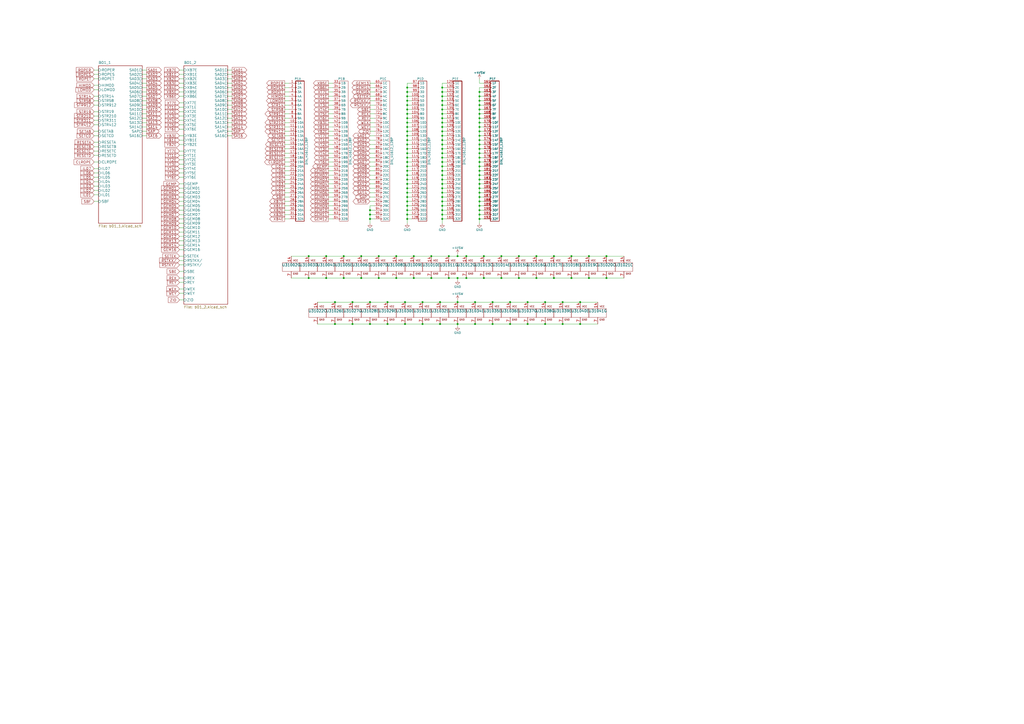
<source format=kicad_sch>
(kicad_sch (version 20211123) (generator eeschema)
  (paper "A2")
  (junction (at 236.22 76.2))
  (junction (at 189.23 161.29))
  (junction (at 326.39 187.96))
  (junction (at 278.13 83.82))
  (junction (at 250.19 148.59))
  (junction (at 236.22 71.12))
  (junction (at 290.83 148.59))
  (junction (at 194.31 175.26))
  (junction (at 199.39 161.29))
  (junction (at 278.13 93.98))
  (junction (at 295.91 175.26))
  (junction (at 256.54 78.74))
  (junction (at 278.13 109.22))
  (junction (at 278.13 101.6))
  (junction (at 236.22 66.04))
  (junction (at 236.22 111.76))
  (junction (at 265.43 175.26))
  (junction (at 179.07 148.59))
  (junction (at 240.03 161.29))
  (junction (at 256.54 96.52))
  (junction (at 278.13 60.96))
  (junction (at 236.22 121.92))
  (junction (at 278.13 81.28))
  (junction (at 256.54 106.68))
  (junction (at 316.23 175.26))
  (junction (at 278.13 114.3))
  (junction (at 336.55 187.96))
  (junction (at 278.13 58.42))
  (junction (at 234.95 187.96))
  (junction (at 300.99 148.59))
  (junction (at 224.79 175.26))
  (junction (at 245.11 187.96))
  (junction (at 278.13 104.14))
  (junction (at 256.54 109.22))
  (junction (at 256.54 55.88))
  (junction (at 341.63 161.29))
  (junction (at 278.13 99.06))
  (junction (at 256.54 86.36))
  (junction (at 280.67 148.59))
  (junction (at 270.51 161.29))
  (junction (at 256.54 76.2))
  (junction (at 256.54 121.92))
  (junction (at 260.35 161.29))
  (junction (at 255.27 187.96))
  (junction (at 341.63 148.59))
  (junction (at 256.54 66.04))
  (junction (at 236.22 86.36))
  (junction (at 236.22 109.22))
  (junction (at 278.13 53.34))
  (junction (at 256.54 63.5))
  (junction (at 306.07 175.26))
  (junction (at 256.54 114.3))
  (junction (at 278.13 127))
  (junction (at 219.71 161.29))
  (junction (at 256.54 116.84))
  (junction (at 278.13 88.9))
  (junction (at 316.23 187.96))
  (junction (at 236.22 81.28))
  (junction (at 219.71 148.59))
  (junction (at 278.13 111.76))
  (junction (at 278.13 76.2))
  (junction (at 331.47 148.59))
  (junction (at 204.47 175.26))
  (junction (at 278.13 124.46))
  (junction (at 336.55 175.26))
  (junction (at 236.22 114.3))
  (junction (at 275.59 187.96))
  (junction (at 260.35 148.59))
  (junction (at 214.63 127))
  (junction (at 256.54 101.6))
  (junction (at 214.63 121.92))
  (junction (at 256.54 104.14))
  (junction (at 229.87 148.59))
  (junction (at 224.79 187.96))
  (junction (at 311.15 148.59))
  (junction (at 250.19 161.29))
  (junction (at 256.54 53.34))
  (junction (at 256.54 93.98))
  (junction (at 255.27 175.26))
  (junction (at 278.13 91.44))
  (junction (at 256.54 68.58))
  (junction (at 236.22 68.58))
  (junction (at 236.22 101.6))
  (junction (at 278.13 71.12))
  (junction (at 285.75 187.96))
  (junction (at 256.54 124.46))
  (junction (at 236.22 93.98))
  (junction (at 256.54 99.06))
  (junction (at 278.13 73.66))
  (junction (at 236.22 60.96))
  (junction (at 204.47 187.96))
  (junction (at 351.79 161.29))
  (junction (at 236.22 99.06))
  (junction (at 280.67 161.29))
  (junction (at 278.13 55.88))
  (junction (at 311.15 161.29))
  (junction (at 351.79 148.59))
  (junction (at 278.13 106.68))
  (junction (at 236.22 83.82))
  (junction (at 278.13 63.5))
  (junction (at 278.13 86.36))
  (junction (at 236.22 58.42))
  (junction (at 236.22 127))
  (junction (at 236.22 88.9))
  (junction (at 209.55 148.59))
  (junction (at 278.13 66.04))
  (junction (at 270.51 148.59))
  (junction (at 256.54 73.66))
  (junction (at 236.22 78.74))
  (junction (at 214.63 187.96))
  (junction (at 179.07 161.29))
  (junction (at 278.13 121.92))
  (junction (at 306.07 187.96))
  (junction (at 236.22 73.66))
  (junction (at 300.99 161.29))
  (junction (at 194.31 187.96))
  (junction (at 295.91 187.96))
  (junction (at 256.54 119.38))
  (junction (at 236.22 119.38))
  (junction (at 290.83 161.29))
  (junction (at 236.22 124.46))
  (junction (at 265.43 148.59))
  (junction (at 256.54 60.96))
  (junction (at 236.22 96.52))
  (junction (at 256.54 111.76))
  (junction (at 236.22 91.44))
  (junction (at 278.13 119.38))
  (junction (at 236.22 116.84))
  (junction (at 278.13 68.58))
  (junction (at 245.11 175.26))
  (junction (at 256.54 83.82))
  (junction (at 256.54 91.44))
  (junction (at 278.13 78.74))
  (junction (at 331.47 161.29))
  (junction (at 236.22 55.88))
  (junction (at 278.13 116.84))
  (junction (at 256.54 58.42))
  (junction (at 209.55 161.29))
  (junction (at 278.13 96.52))
  (junction (at 214.63 175.26))
  (junction (at 256.54 71.12))
  (junction (at 285.75 175.26))
  (junction (at 321.31 148.59))
  (junction (at 265.43 187.96))
  (junction (at 236.22 53.34))
  (junction (at 234.95 175.26))
  (junction (at 256.54 81.28))
  (junction (at 214.63 124.46))
  (junction (at 321.31 161.29))
  (junction (at 229.87 161.29))
  (junction (at 265.43 161.29))
  (junction (at 326.39 175.26))
  (junction (at 275.59 175.26))
  (junction (at 240.03 148.59))
  (junction (at 256.54 127))
  (junction (at 256.54 50.8))
  (junction (at 256.54 88.9))
  (junction (at 236.22 50.8))
  (junction (at 236.22 106.68))
  (junction (at 189.23 148.59))
  (junction (at 199.39 148.59))
  (junction (at 236.22 63.5))
  (junction (at 236.22 104.14))
  (wire (pts (xy 278.13 88.9) (xy 280.67 88.9)))
  (wire (pts (xy 236.22 76.2) (xy 238.76 76.2)))
  (wire (pts (xy 214.63 68.58) (xy 217.17 68.58)))
  (wire (pts (xy 295.91 187.96) (xy 306.07 187.96)))
  (wire (pts (xy 278.13 73.66) (xy 278.13 76.2)))
  (wire (pts (xy 165.1 48.26) (xy 167.64 48.26)))
  (wire (pts (xy 214.63 106.68) (xy 217.17 106.68)))
  (wire (pts (xy 214.63 93.98) (xy 217.17 93.98)))
  (wire (pts (xy 54.61 76.2) (xy 57.15 76.2)))
  (wire (pts (xy 104.14 92.71) (xy 106.68 92.71)))
  (wire (pts (xy 236.22 48.26) (xy 236.22 50.8)))
  (wire (pts (xy 214.63 121.92) (xy 217.17 121.92)))
  (wire (pts (xy 224.79 175.26) (xy 214.63 175.26)))
  (wire (pts (xy 256.54 111.76) (xy 259.08 111.76)))
  (wire (pts (xy 256.54 73.66) (xy 256.54 76.2)))
  (wire (pts (xy 190.5 109.22) (xy 193.04 109.22)))
  (wire (pts (xy 265.43 173.99) (xy 265.43 175.26)))
  (wire (pts (xy 85.09 45.72) (xy 82.55 45.72)))
  (wire (pts (xy 165.1 127) (xy 167.64 127)))
  (wire (pts (xy 278.13 109.22) (xy 280.67 109.22)))
  (wire (pts (xy 236.22 76.2) (xy 236.22 78.74)))
  (wire (pts (xy 190.5 76.2) (xy 193.04 76.2)))
  (wire (pts (xy 190.5 68.58) (xy 193.04 68.58)))
  (wire (pts (xy 265.43 162.56) (xy 265.43 161.29)))
  (wire (pts (xy 331.47 148.59) (xy 341.63 148.59)))
  (wire (pts (xy 54.61 100.33) (xy 57.15 100.33)))
  (wire (pts (xy 265.43 189.23) (xy 265.43 187.96)))
  (wire (pts (xy 295.91 175.26) (xy 285.75 175.26)))
  (wire (pts (xy 336.55 175.26) (xy 326.39 175.26)))
  (wire (pts (xy 190.5 93.98) (xy 193.04 93.98)))
  (wire (pts (xy 214.63 78.74) (xy 217.17 78.74)))
  (wire (pts (xy 54.61 87.63) (xy 57.15 87.63)))
  (wire (pts (xy 236.22 104.14) (xy 236.22 106.68)))
  (wire (pts (xy 190.5 53.34) (xy 193.04 53.34)))
  (wire (pts (xy 236.22 93.98) (xy 238.76 93.98)))
  (wire (pts (xy 54.61 116.84) (xy 57.15 116.84)))
  (wire (pts (xy 165.1 88.9) (xy 167.64 88.9)))
  (wire (pts (xy 165.1 86.36) (xy 167.64 86.36)))
  (wire (pts (xy 104.14 90.17) (xy 106.68 90.17)))
  (wire (pts (xy 236.22 50.8) (xy 236.22 53.34)))
  (wire (pts (xy 104.14 50.8) (xy 106.68 50.8)))
  (wire (pts (xy 278.13 86.36) (xy 278.13 88.9)))
  (wire (pts (xy 104.14 137.16) (xy 106.68 137.16)))
  (wire (pts (xy 179.07 148.59) (xy 189.23 148.59)))
  (wire (pts (xy 104.14 95.25) (xy 106.68 95.25)))
  (wire (pts (xy 259.08 50.8) (xy 256.54 50.8)))
  (wire (pts (xy 256.54 68.58) (xy 256.54 71.12)))
  (wire (pts (xy 278.13 55.88) (xy 280.67 55.88)))
  (wire (pts (xy 280.67 48.26) (xy 278.13 48.26)))
  (wire (pts (xy 214.63 121.92) (xy 214.63 124.46)))
  (wire (pts (xy 236.22 91.44) (xy 236.22 93.98)))
  (wire (pts (xy 236.22 127) (xy 238.76 127)))
  (wire (pts (xy 189.23 148.59) (xy 199.39 148.59)))
  (wire (pts (xy 54.61 113.03) (xy 57.15 113.03)))
  (wire (pts (xy 265.43 187.96) (xy 275.59 187.96)))
  (wire (pts (xy 278.13 86.36) (xy 280.67 86.36)))
  (wire (pts (xy 54.61 78.74) (xy 57.15 78.74)))
  (wire (pts (xy 104.14 69.85) (xy 106.68 69.85)))
  (wire (pts (xy 165.1 101.6) (xy 167.64 101.6)))
  (wire (pts (xy 104.14 134.62) (xy 106.68 134.62)))
  (wire (pts (xy 224.79 187.96) (xy 234.95 187.96)))
  (wire (pts (xy 104.14 72.39) (xy 106.68 72.39)))
  (wire (pts (xy 190.5 101.6) (xy 193.04 101.6)))
  (wire (pts (xy 54.61 105.41) (xy 57.15 105.41)))
  (wire (pts (xy 184.15 187.96) (xy 194.31 187.96)))
  (wire (pts (xy 165.1 111.76) (xy 167.64 111.76)))
  (wire (pts (xy 245.11 175.26) (xy 234.95 175.26)))
  (wire (pts (xy 236.22 78.74) (xy 238.76 78.74)))
  (wire (pts (xy 236.22 55.88) (xy 236.22 58.42)))
  (wire (pts (xy 256.54 48.26) (xy 256.54 50.8)))
  (wire (pts (xy 190.5 119.38) (xy 193.04 119.38)))
  (wire (pts (xy 214.63 73.66) (xy 217.17 73.66)))
  (wire (pts (xy 236.22 73.66) (xy 236.22 76.2)))
  (wire (pts (xy 278.13 93.98) (xy 278.13 96.52)))
  (wire (pts (xy 134.62 63.5) (xy 132.08 63.5)))
  (wire (pts (xy 278.13 124.46) (xy 278.13 127)))
  (wire (pts (xy 54.61 85.09) (xy 57.15 85.09)))
  (wire (pts (xy 190.5 48.26) (xy 193.04 48.26)))
  (wire (pts (xy 199.39 148.59) (xy 209.55 148.59)))
  (wire (pts (xy 134.62 45.72) (xy 132.08 45.72)))
  (wire (pts (xy 280.67 148.59) (xy 290.83 148.59)))
  (wire (pts (xy 278.13 93.98) (xy 280.67 93.98)))
  (wire (pts (xy 165.1 76.2) (xy 167.64 76.2)))
  (wire (pts (xy 236.22 63.5) (xy 238.76 63.5)))
  (wire (pts (xy 256.54 53.34) (xy 259.08 53.34)))
  (wire (pts (xy 236.22 58.42) (xy 236.22 60.96)))
  (wire (pts (xy 236.22 116.84) (xy 236.22 119.38)))
  (wire (pts (xy 194.31 187.96) (xy 204.47 187.96)))
  (wire (pts (xy 214.63 111.76) (xy 217.17 111.76)))
  (wire (pts (xy 256.54 116.84) (xy 256.54 119.38)))
  (wire (pts (xy 214.63 71.12) (xy 217.17 71.12)))
  (wire (pts (xy 290.83 161.29) (xy 280.67 161.29)))
  (wire (pts (xy 194.31 175.26) (xy 184.15 175.26)))
  (wire (pts (xy 85.09 78.74) (xy 82.55 78.74)))
  (wire (pts (xy 256.54 127) (xy 259.08 127)))
  (wire (pts (xy 165.1 114.3) (xy 167.64 114.3)))
  (wire (pts (xy 54.61 52.07) (xy 57.15 52.07)))
  (wire (pts (xy 236.22 119.38) (xy 236.22 121.92)))
  (wire (pts (xy 104.14 83.82) (xy 106.68 83.82)))
  (wire (pts (xy 256.54 50.8) (xy 256.54 53.34)))
  (wire (pts (xy 256.54 53.34) (xy 256.54 55.88)))
  (wire (pts (xy 256.54 88.9) (xy 259.08 88.9)))
  (wire (pts (xy 256.54 119.38) (xy 259.08 119.38)))
  (wire (pts (xy 256.54 76.2) (xy 256.54 78.74)))
  (wire (pts (xy 190.5 66.04) (xy 193.04 66.04)))
  (wire (pts (xy 104.14 121.92) (xy 106.68 121.92)))
  (wire (pts (xy 165.1 104.14) (xy 167.64 104.14)))
  (wire (pts (xy 256.54 66.04) (xy 259.08 66.04)))
  (wire (pts (xy 190.5 116.84) (xy 193.04 116.84)))
  (wire (pts (xy 316.23 187.96) (xy 326.39 187.96)))
  (wire (pts (xy 326.39 175.26) (xy 316.23 175.26)))
  (wire (pts (xy 190.5 50.8) (xy 193.04 50.8)))
  (wire (pts (xy 190.5 78.74) (xy 193.04 78.74)))
  (wire (pts (xy 104.14 124.46) (xy 106.68 124.46)))
  (wire (pts (xy 238.76 48.26) (xy 236.22 48.26)))
  (wire (pts (xy 54.61 45.72) (xy 57.15 45.72)))
  (wire (pts (xy 214.63 58.42) (xy 217.17 58.42)))
  (wire (pts (xy 54.61 69.85) (xy 57.15 69.85)))
  (wire (pts (xy 278.13 71.12) (xy 280.67 71.12)))
  (wire (pts (xy 278.13 109.22) (xy 278.13 111.76)))
  (wire (pts (xy 54.61 97.79) (xy 57.15 97.79)))
  (wire (pts (xy 214.63 83.82) (xy 217.17 83.82)))
  (wire (pts (xy 165.1 109.22) (xy 167.64 109.22)))
  (wire (pts (xy 190.5 55.88) (xy 193.04 55.88)))
  (wire (pts (xy 278.13 78.74) (xy 278.13 81.28)))
  (wire (pts (xy 236.22 101.6) (xy 238.76 101.6)))
  (wire (pts (xy 256.54 124.46) (xy 259.08 124.46)))
  (wire (pts (xy 104.14 163.83) (xy 106.68 163.83)))
  (wire (pts (xy 104.14 151.13) (xy 106.68 151.13)))
  (wire (pts (xy 134.62 43.18) (xy 132.08 43.18)))
  (wire (pts (xy 236.22 71.12) (xy 238.76 71.12)))
  (wire (pts (xy 256.54 58.42) (xy 256.54 60.96)))
  (wire (pts (xy 214.63 55.88) (xy 217.17 55.88)))
  (wire (pts (xy 341.63 161.29) (xy 331.47 161.29)))
  (wire (pts (xy 104.14 81.28) (xy 106.68 81.28)))
  (wire (pts (xy 214.63 53.34) (xy 217.17 53.34)))
  (wire (pts (xy 85.09 60.96) (xy 82.55 60.96)))
  (wire (pts (xy 214.63 116.84) (xy 217.17 116.84)))
  (wire (pts (xy 236.22 93.98) (xy 236.22 96.52)))
  (wire (pts (xy 85.09 55.88) (xy 82.55 55.88)))
  (wire (pts (xy 278.13 81.28) (xy 280.67 81.28)))
  (wire (pts (xy 104.14 139.7) (xy 106.68 139.7)))
  (wire (pts (xy 278.13 106.68) (xy 278.13 109.22)))
  (wire (pts (xy 236.22 124.46) (xy 238.76 124.46)))
  (wire (pts (xy 256.54 106.68) (xy 256.54 109.22)))
  (wire (pts (xy 236.22 124.46) (xy 236.22 127)))
  (wire (pts (xy 236.22 88.9) (xy 238.76 88.9)))
  (wire (pts (xy 236.22 91.44) (xy 238.76 91.44)))
  (wire (pts (xy 214.63 66.04) (xy 217.17 66.04)))
  (wire (pts (xy 256.54 99.06) (xy 256.54 101.6)))
  (wire (pts (xy 190.5 99.06) (xy 193.04 99.06)))
  (wire (pts (xy 190.5 81.28) (xy 193.04 81.28)))
  (wire (pts (xy 165.1 121.92) (xy 167.64 121.92)))
  (wire (pts (xy 214.63 88.9) (xy 217.17 88.9)))
  (wire (pts (xy 236.22 81.28) (xy 238.76 81.28)))
  (wire (pts (xy 104.14 40.64) (xy 106.68 40.64)))
  (wire (pts (xy 285.75 187.96) (xy 295.91 187.96)))
  (wire (pts (xy 256.54 104.14) (xy 259.08 104.14)))
  (wire (pts (xy 54.61 43.18) (xy 57.15 43.18)))
  (wire (pts (xy 236.22 96.52) (xy 236.22 99.06)))
  (wire (pts (xy 280.67 161.29) (xy 270.51 161.29)))
  (wire (pts (xy 278.13 116.84) (xy 278.13 119.38)))
  (wire (pts (xy 104.14 173.99) (xy 106.68 173.99)))
  (wire (pts (xy 236.22 83.82) (xy 236.22 86.36)))
  (wire (pts (xy 311.15 148.59) (xy 321.31 148.59)))
  (wire (pts (xy 300.99 161.29) (xy 290.83 161.29)))
  (wire (pts (xy 236.22 127) (xy 236.22 129.54)))
  (wire (pts (xy 278.13 60.96) (xy 278.13 63.5)))
  (wire (pts (xy 259.08 48.26) (xy 256.54 48.26)))
  (wire (pts (xy 104.14 87.63) (xy 106.68 87.63)))
  (wire (pts (xy 256.54 109.22) (xy 256.54 111.76)))
  (wire (pts (xy 240.03 148.59) (xy 250.19 148.59)))
  (wire (pts (xy 278.13 76.2) (xy 280.67 76.2)))
  (wire (pts (xy 104.14 48.26) (xy 106.68 48.26)))
  (wire (pts (xy 104.14 59.69) (xy 106.68 59.69)))
  (wire (pts (xy 278.13 127) (xy 278.13 129.54)))
  (wire (pts (xy 190.5 91.44) (xy 193.04 91.44)))
  (wire (pts (xy 256.54 78.74) (xy 256.54 81.28)))
  (wire (pts (xy 104.14 167.64) (xy 106.68 167.64)))
  (wire (pts (xy 260.35 148.59) (xy 265.43 148.59)))
  (wire (pts (xy 256.54 99.06) (xy 259.08 99.06)))
  (wire (pts (xy 104.14 132.08) (xy 106.68 132.08)))
  (wire (pts (xy 260.35 161.29) (xy 250.19 161.29)))
  (wire (pts (xy 256.54 60.96) (xy 259.08 60.96)))
  (wire (pts (xy 165.1 106.68) (xy 167.64 106.68)))
  (wire (pts (xy 190.5 96.52) (xy 193.04 96.52)))
  (wire (pts (xy 199.39 161.29) (xy 189.23 161.29)))
  (wire (pts (xy 214.63 81.28) (xy 217.17 81.28)))
  (wire (pts (xy 214.63 109.22) (xy 217.17 109.22)))
  (wire (pts (xy 214.63 63.5) (xy 217.17 63.5)))
  (wire (pts (xy 165.1 99.06) (xy 167.64 99.06)))
  (wire (pts (xy 236.22 53.34) (xy 238.76 53.34)))
  (wire (pts (xy 278.13 121.92) (xy 280.67 121.92)))
  (wire (pts (xy 54.61 107.95) (xy 57.15 107.95)))
  (wire (pts (xy 104.14 102.87) (xy 106.68 102.87)))
  (wire (pts (xy 165.1 96.52) (xy 167.64 96.52)))
  (wire (pts (xy 236.22 86.36) (xy 236.22 88.9)))
  (wire (pts (xy 278.13 101.6) (xy 280.67 101.6)))
  (wire (pts (xy 104.14 148.59) (xy 106.68 148.59)))
  (wire (pts (xy 278.13 96.52) (xy 280.67 96.52)))
  (wire (pts (xy 278.13 99.06) (xy 278.13 101.6)))
  (wire (pts (xy 278.13 73.66) (xy 280.67 73.66)))
  (wire (pts (xy 190.5 73.66) (xy 193.04 73.66)))
  (wire (pts (xy 236.22 55.88) (xy 238.76 55.88)))
  (wire (pts (xy 250.19 161.29) (xy 240.03 161.29)))
  (wire (pts (xy 209.55 161.29) (xy 199.39 161.29)))
  (wire (pts (xy 85.09 58.42) (xy 82.55 58.42)))
  (wire (pts (xy 346.71 175.26) (xy 336.55 175.26)))
  (wire (pts (xy 104.14 170.18) (xy 106.68 170.18)))
  (wire (pts (xy 236.22 60.96) (xy 236.22 63.5)))
  (wire (pts (xy 85.09 40.64) (xy 82.55 40.64)))
  (wire (pts (xy 85.09 76.2) (xy 82.55 76.2)))
  (wire (pts (xy 214.63 127) (xy 217.17 127)))
  (wire (pts (xy 54.61 64.77) (xy 57.15 64.77)))
  (wire (pts (xy 104.14 97.79) (xy 106.68 97.79)))
  (wire (pts (xy 316.23 175.26) (xy 306.07 175.26)))
  (wire (pts (xy 236.22 114.3) (xy 236.22 116.84)))
  (wire (pts (xy 321.31 148.59) (xy 331.47 148.59)))
  (wire (pts (xy 256.54 55.88) (xy 256.54 58.42)))
  (wire (pts (xy 256.54 73.66) (xy 259.08 73.66)))
  (wire (pts (xy 236.22 66.04) (xy 238.76 66.04)))
  (wire (pts (xy 190.5 58.42) (xy 193.04 58.42)))
  (wire (pts (xy 134.62 73.66) (xy 132.08 73.66)))
  (wire (pts (xy 236.22 109.22) (xy 236.22 111.76)))
  (wire (pts (xy 165.1 124.46) (xy 167.64 124.46)))
  (wire (pts (xy 165.1 71.12) (xy 167.64 71.12)))
  (wire (pts (xy 255.27 175.26) (xy 245.11 175.26)))
  (wire (pts (xy 300.99 148.59) (xy 311.15 148.59)))
  (wire (pts (xy 278.13 91.44) (xy 280.67 91.44)))
  (wire (pts (xy 236.22 68.58) (xy 238.76 68.58)))
  (wire (pts (xy 236.22 68.58) (xy 236.22 71.12)))
  (wire (pts (xy 165.1 93.98) (xy 167.64 93.98)))
  (wire (pts (xy 278.13 63.5) (xy 280.67 63.5)))
  (wire (pts (xy 209.55 148.59) (xy 219.71 148.59)))
  (wire (pts (xy 214.63 86.36) (xy 217.17 86.36)))
  (wire (pts (xy 278.13 121.92) (xy 278.13 124.46)))
  (wire (pts (xy 278.13 127) (xy 280.67 127)))
  (wire (pts (xy 278.13 111.76) (xy 280.67 111.76)))
  (wire (pts (xy 275.59 187.96) (xy 285.75 187.96)))
  (wire (pts (xy 256.54 93.98) (xy 256.54 96.52)))
  (wire (pts (xy 278.13 58.42) (xy 280.67 58.42)))
  (wire (pts (xy 168.91 148.59) (xy 179.07 148.59)))
  (wire (pts (xy 104.14 119.38) (xy 106.68 119.38)))
  (wire (pts (xy 256.54 81.28) (xy 256.54 83.82)))
  (wire (pts (xy 245.11 187.96) (xy 255.27 187.96)))
  (wire (pts (xy 256.54 83.82) (xy 256.54 86.36)))
  (wire (pts (xy 165.1 68.58) (xy 167.64 68.58)))
  (wire (pts (xy 278.13 55.88) (xy 278.13 58.42)))
  (wire (pts (xy 256.54 68.58) (xy 259.08 68.58)))
  (wire (pts (xy 256.54 114.3) (xy 256.54 116.84)))
  (wire (pts (xy 214.63 104.14) (xy 217.17 104.14)))
  (wire (pts (xy 265.43 147.32) (xy 265.43 148.59)))
  (wire (pts (xy 278.13 50.8) (xy 278.13 53.34)))
  (wire (pts (xy 234.95 187.96) (xy 245.11 187.96)))
  (wire (pts (xy 54.61 60.96) (xy 57.15 60.96)))
  (wire (pts (xy 165.1 83.82) (xy 167.64 83.82)))
  (wire (pts (xy 278.13 114.3) (xy 278.13 116.84)))
  (wire (pts (xy 85.09 43.18) (xy 82.55 43.18)))
  (wire (pts (xy 278.13 88.9) (xy 278.13 91.44)))
  (wire (pts (xy 85.09 48.26) (xy 82.55 48.26)))
  (wire (pts (xy 280.67 53.34) (xy 278.13 53.34)))
  (wire (pts (xy 134.62 53.34) (xy 132.08 53.34)))
  (wire (pts (xy 190.5 88.9) (xy 193.04 88.9)))
  (wire (pts (xy 270.51 161.29) (xy 265.43 161.29)))
  (wire (pts (xy 165.1 53.34) (xy 167.64 53.34)))
  (wire (pts (xy 278.13 63.5) (xy 278.13 66.04)))
  (wire (pts (xy 236.22 106.68) (xy 238.76 106.68)))
  (wire (pts (xy 265.43 161.29) (xy 260.35 161.29)))
  (wire (pts (xy 256.54 111.76) (xy 256.54 114.3)))
  (wire (pts (xy 104.14 43.18) (xy 106.68 43.18)))
  (wire (pts (xy 236.22 86.36) (xy 238.76 86.36)))
  (wire (pts (xy 256.54 63.5) (xy 259.08 63.5)))
  (wire (pts (xy 321.31 161.29) (xy 311.15 161.29)))
  (wire (pts (xy 134.62 66.04) (xy 132.08 66.04)))
  (wire (pts (xy 336.55 187.96) (xy 346.71 187.96)))
  (wire (pts (xy 165.1 116.84) (xy 167.64 116.84)))
  (wire (pts (xy 256.54 71.12) (xy 259.08 71.12)))
  (wire (pts (xy 256.54 91.44) (xy 256.54 93.98)))
  (wire (pts (xy 278.13 83.82) (xy 280.67 83.82)))
  (wire (pts (xy 278.13 66.04) (xy 280.67 66.04)))
  (wire (pts (xy 341.63 148.59) (xy 351.79 148.59)))
  (wire (pts (xy 104.14 64.77) (xy 106.68 64.77)))
  (wire (pts (xy 179.07 161.29) (xy 168.91 161.29)))
  (wire (pts (xy 104.14 67.31) (xy 106.68 67.31)))
  (wire (pts (xy 278.13 104.14) (xy 278.13 106.68)))
  (wire (pts (xy 236.22 116.84) (xy 238.76 116.84)))
  (wire (pts (xy 256.54 55.88) (xy 259.08 55.88)))
  (wire (pts (xy 134.62 60.96) (xy 132.08 60.96)))
  (wire (pts (xy 236.22 99.06) (xy 238.76 99.06)))
  (wire (pts (xy 54.61 82.55) (xy 57.15 82.55)))
  (wire (pts (xy 214.63 124.46) (xy 217.17 124.46)))
  (wire (pts (xy 236.22 109.22) (xy 238.76 109.22)))
  (wire (pts (xy 165.1 60.96) (xy 167.64 60.96)))
  (wire (pts (xy 134.62 55.88) (xy 132.08 55.88)))
  (wire (pts (xy 256.54 58.42) (xy 259.08 58.42)))
  (wire (pts (xy 190.5 86.36) (xy 193.04 86.36)))
  (wire (pts (xy 85.09 68.58) (xy 82.55 68.58)))
  (wire (pts (xy 236.22 101.6) (xy 236.22 104.14)))
  (wire (pts (xy 214.63 127) (xy 214.63 129.54)))
  (wire (pts (xy 278.13 119.38) (xy 280.67 119.38)))
  (wire (pts (xy 236.22 63.5) (xy 236.22 66.04)))
  (wire (pts (xy 265.43 175.26) (xy 255.27 175.26)))
  (wire (pts (xy 240.03 161.29) (xy 229.87 161.29)))
  (wire (pts (xy 256.54 88.9) (xy 256.54 91.44)))
  (wire (pts (xy 236.22 81.28) (xy 236.22 83.82)))
  (wire (pts (xy 285.75 175.26) (xy 275.59 175.26)))
  (wire (pts (xy 104.14 55.88) (xy 106.68 55.88)))
  (wire (pts (xy 256.54 63.5) (xy 256.54 66.04)))
  (wire (pts (xy 278.13 71.12) (xy 278.13 73.66)))
  (wire (pts (xy 85.09 71.12) (xy 82.55 71.12)))
  (wire (pts (xy 85.09 73.66) (xy 82.55 73.66)))
  (wire (pts (xy 214.63 175.26) (xy 204.47 175.26)))
  (wire (pts (xy 229.87 148.59) (xy 240.03 148.59)))
  (wire (pts (xy 256.54 78.74) (xy 259.08 78.74)))
  (wire (pts (xy 278.13 48.26) (xy 278.13 45.72)))
  (wire (pts (xy 214.63 91.44) (xy 217.17 91.44)))
  (wire (pts (xy 134.62 71.12) (xy 132.08 71.12)))
  (wire (pts (xy 190.5 111.76) (xy 193.04 111.76)))
  (wire (pts (xy 236.22 66.04) (xy 236.22 68.58)))
  (wire (pts (xy 256.54 86.36) (xy 256.54 88.9)))
  (wire (pts (xy 165.1 78.74) (xy 167.64 78.74)))
  (wire (pts (xy 351.79 148.59) (xy 361.95 148.59)))
  (wire (pts (xy 214.63 119.38) (xy 214.63 121.92)))
  (wire (pts (xy 214.63 48.26) (xy 217.17 48.26)))
  (wire (pts (xy 236.22 121.92) (xy 238.76 121.92)))
  (wire (pts (xy 134.62 78.74) (xy 132.08 78.74)))
  (wire (pts (xy 236.22 96.52) (xy 238.76 96.52)))
  (wire (pts (xy 236.22 53.34) (xy 236.22 55.88)))
  (wire (pts (xy 234.95 175.26) (xy 224.79 175.26)))
  (wire (pts (xy 104.14 109.22) (xy 106.68 109.22)))
  (wire (pts (xy 104.14 157.48) (xy 106.68 157.48)))
  (wire (pts (xy 278.13 124.46) (xy 280.67 124.46)))
  (wire (pts (xy 278.13 58.42) (xy 278.13 60.96)))
  (wire (pts (xy 104.14 129.54) (xy 106.68 129.54)))
  (wire (pts (xy 331.47 161.29) (xy 321.31 161.29)))
  (wire (pts (xy 236.22 58.42) (xy 238.76 58.42)))
  (wire (pts (xy 165.1 91.44) (xy 167.64 91.44)))
  (wire (pts (xy 290.83 148.59) (xy 300.99 148.59)))
  (wire (pts (xy 278.13 106.68) (xy 280.67 106.68)))
  (wire (pts (xy 278.13 60.96) (xy 280.67 60.96)))
  (wire (pts (xy 189.23 161.29) (xy 179.07 161.29)))
  (wire (pts (xy 190.5 124.46) (xy 193.04 124.46)))
  (wire (pts (xy 256.54 124.46) (xy 256.54 127)))
  (wire (pts (xy 306.07 187.96) (xy 316.23 187.96)))
  (wire (pts (xy 256.54 60.96) (xy 256.54 63.5)))
  (wire (pts (xy 280.67 50.8) (xy 278.13 50.8)))
  (wire (pts (xy 256.54 114.3) (xy 259.08 114.3)))
  (wire (pts (xy 256.54 101.6) (xy 256.54 104.14)))
  (wire (pts (xy 214.63 101.6) (xy 217.17 101.6)))
  (wire (pts (xy 256.54 81.28) (xy 259.08 81.28)))
  (wire (pts (xy 238.76 50.8) (xy 236.22 50.8)))
  (wire (pts (xy 190.5 60.96) (xy 193.04 60.96)))
  (wire (pts (xy 104.14 53.34) (xy 106.68 53.34)))
  (wire (pts (xy 54.61 40.64) (xy 57.15 40.64)))
  (wire (pts (xy 236.22 71.12) (xy 236.22 73.66)))
  (wire (pts (xy 278.13 78.74) (xy 280.67 78.74)))
  (wire (pts (xy 256.54 66.04) (xy 256.54 68.58)))
  (wire (pts (xy 104.14 144.78) (xy 106.68 144.78)))
  (wire (pts (xy 134.62 76.2) (xy 132.08 76.2)))
  (wire (pts (xy 278.13 83.82) (xy 278.13 86.36)))
  (wire (pts (xy 256.54 101.6) (xy 259.08 101.6)))
  (wire (pts (xy 104.14 78.74) (xy 106.68 78.74)))
  (wire (pts (xy 134.62 48.26) (xy 132.08 48.26)))
  (wire (pts (xy 204.47 175.26) (xy 194.31 175.26)))
  (wire (pts (xy 278.13 114.3) (xy 280.67 114.3)))
  (wire (pts (xy 85.09 50.8) (xy 82.55 50.8)))
  (wire (pts (xy 236.22 73.66) (xy 238.76 73.66)))
  (wire (pts (xy 278.13 91.44) (xy 278.13 93.98)))
  (wire (pts (xy 54.61 90.17) (xy 57.15 90.17)))
  (wire (pts (xy 104.14 45.72) (xy 106.68 45.72)))
  (wire (pts (xy 85.09 63.5) (xy 82.55 63.5)))
  (wire (pts (xy 256.54 109.22) (xy 259.08 109.22)))
  (wire (pts (xy 256.54 91.44) (xy 259.08 91.44)))
  (wire (pts (xy 85.09 66.04) (xy 82.55 66.04)))
  (wire (pts (xy 256.54 76.2) (xy 259.08 76.2)))
  (wire (pts (xy 134.62 50.8) (xy 132.08 50.8)))
  (wire (pts (xy 256.54 119.38) (xy 256.54 121.92)))
  (wire (pts (xy 236.22 99.06) (xy 236.22 101.6)))
  (wire (pts (xy 214.63 99.06) (xy 217.17 99.06)))
  (wire (pts (xy 278.13 99.06) (xy 280.67 99.06)))
  (wire (pts (xy 326.39 187.96) (xy 336.55 187.96)))
  (wire (pts (xy 236.22 114.3) (xy 238.76 114.3)))
  (wire (pts (xy 165.1 73.66) (xy 167.64 73.66)))
  (wire (pts (xy 190.5 121.92) (xy 193.04 121.92)))
  (wire (pts (xy 278.13 68.58) (xy 280.67 68.58)))
  (wire (pts (xy 256.54 121.92) (xy 256.54 124.46)))
  (wire (pts (xy 190.5 83.82) (xy 193.04 83.82)))
  (wire (pts (xy 104.14 153.67) (xy 106.68 153.67)))
  (wire (pts (xy 278.13 111.76) (xy 278.13 114.3)))
  (wire (pts (xy 256.54 71.12) (xy 256.54 73.66)))
  (wire (pts (xy 214.63 50.8) (xy 217.17 50.8)))
  (wire (pts (xy 190.5 71.12) (xy 193.04 71.12)))
  (wire (pts (xy 270.51 148.59) (xy 280.67 148.59)))
  (wire (pts (xy 104.14 100.33) (xy 106.68 100.33)))
  (wire (pts (xy 278.13 96.52) (xy 278.13 99.06)))
  (wire (pts (xy 134.62 40.64) (xy 132.08 40.64)))
  (wire (pts (xy 351.79 161.29) (xy 341.63 161.29)))
  (wire (pts (xy 219.71 161.29) (xy 209.55 161.29)))
  (wire (pts (xy 190.5 106.68) (xy 193.04 106.68)))
  (wire (pts (xy 134.62 58.42) (xy 132.08 58.42)))
  (wire (pts (xy 104.14 111.76) (xy 106.68 111.76)))
  (wire (pts (xy 214.63 124.46) (xy 214.63 127)))
  (wire (pts (xy 54.61 93.98) (xy 57.15 93.98)))
  (wire (pts (xy 85.09 53.34) (xy 82.55 53.34)))
  (wire (pts (xy 256.54 96.52) (xy 256.54 99.06)))
  (wire (pts (xy 236.22 121.92) (xy 236.22 124.46)))
  (wire (pts (xy 104.14 74.93) (xy 106.68 74.93)))
  (wire (pts (xy 54.61 67.31) (xy 57.15 67.31)))
  (wire (pts (xy 306.07 175.26) (xy 295.91 175.26)))
  (wire (pts (xy 104.14 127) (xy 106.68 127)))
  (wire (pts (xy 104.14 114.3) (xy 106.68 114.3)))
  (wire (pts (xy 214.63 114.3) (xy 217.17 114.3)))
  (wire (pts (xy 165.1 81.28) (xy 167.64 81.28)))
  (wire (pts (xy 361.95 161.29) (xy 351.79 161.29)))
  (wire (pts (xy 104.14 161.29) (xy 106.68 161.29)))
  (wire (pts (xy 278.13 53.34) (xy 278.13 55.88)))
  (wire (pts (xy 190.5 114.3) (xy 193.04 114.3)))
  (wire (pts (xy 54.61 55.88) (xy 57.15 55.88)))
  (wire (pts (xy 278.13 81.28) (xy 278.13 83.82)))
  (wire (pts (xy 219.71 148.59) (xy 229.87 148.59)))
  (wire (pts (xy 165.1 55.88) (xy 167.64 55.88)))
  (wire (pts (xy 104.14 62.23) (xy 106.68 62.23)))
  (wire (pts (xy 256.54 116.84) (xy 259.08 116.84)))
  (wire (pts (xy 256.54 96.52) (xy 259.08 96.52)))
  (wire (pts (xy 214.63 187.96) (xy 224.79 187.96)))
  (wire (pts (xy 165.1 50.8) (xy 167.64 50.8)))
  (wire (pts (xy 278.13 101.6) (xy 278.13 104.14)))
  (wire (pts (xy 236.22 83.82) (xy 238.76 83.82)))
  (wire (pts (xy 236.22 106.68) (xy 236.22 109.22)))
  (wire (pts (xy 236.22 60.96) (xy 238.76 60.96)))
  (wire (pts (xy 256.54 104.14) (xy 256.54 106.68)))
  (wire (pts (xy 236.22 111.76) (xy 238.76 111.76)))
  (wire (pts (xy 190.5 127) (xy 193.04 127)))
  (wire (pts (xy 236.22 78.74) (xy 236.22 81.28)))
  (wire (pts (xy 54.61 72.39) (xy 57.15 72.39)))
  (wire (pts (xy 256.54 86.36) (xy 259.08 86.36)))
  (wire (pts (xy 165.1 66.04) (xy 167.64 66.04)))
  (wire (pts (xy 165.1 119.38) (xy 167.64 119.38)))
  (wire (pts (xy 256.54 106.68) (xy 259.08 106.68)))
  (wire (pts (xy 255.27 187.96) (xy 265.43 187.96)))
  (wire (pts (xy 278.13 76.2) (xy 278.13 78.74)))
  (wire (pts (xy 214.63 60.96) (xy 217.17 60.96)))
  (wire (pts (xy 54.61 58.42) (xy 57.15 58.42)))
  (wire (pts (xy 278.13 116.84) (xy 280.67 116.84)))
  (wire (pts (xy 236.22 104.14) (xy 238.76 104.14)))
  (wire (pts (xy 204.47 187.96) (xy 214.63 187.96)))
  (wire (pts (xy 278.13 68.58) (xy 278.13 71.12)))
  (wire (pts (xy 214.63 76.2) (xy 217.17 76.2)))
  (wire (pts (xy 165.1 63.5) (xy 167.64 63.5)))
  (wire (pts (xy 278.13 104.14) (xy 280.67 104.14)))
  (wire (pts (xy 236.22 88.9) (xy 236.22 91.44)))
  (wire (pts (xy 165.1 58.42) (xy 167.64 58.42)))
  (wire (pts (xy 190.5 104.14) (xy 193.04 104.14)))
  (wire (pts (xy 256.54 121.92) (xy 259.08 121.92)))
  (wire (pts (xy 214.63 119.38) (xy 217.17 119.38)))
  (wire (pts (xy 250.19 148.59) (xy 260.35 148.59)))
  (wire (pts (xy 104.14 106.68) (xy 106.68 106.68)))
  (wire (pts (xy 54.61 102.87) (xy 57.15 102.87)))
  (wire (pts (xy 104.14 142.24) (xy 106.68 142.24)))
  (wire (pts (xy 256.54 83.82) (xy 259.08 83.82)))
  (wire (pts (xy 236.22 111.76) (xy 236.22 114.3)))
  (wire (pts (xy 275.59 175.26) (xy 265.43 175.26)))
  (wire (pts (xy 54.61 49.53) (xy 57.15 49.53)))
  (wire (pts (xy 256.54 93.98) (xy 259.08 93.98)))
  (wire (pts (xy 265.43 148.59) (xy 270.51 148.59)))
  (wire (pts (xy 214.63 96.52) (xy 217.17 96.52)))
  (wire (pts (xy 104.14 116.84) (xy 106.68 116.84)))
  (wire (pts (xy 236.22 119.38) (xy 238.76 119.38)))
  (wire (pts (xy 278.13 66.04) (xy 278.13 68.58)))
  (wire (pts (xy 134.62 68.58) (xy 132.08 68.58)))
  (wire (pts (xy 54.61 110.49) (xy 57.15 110.49)))
  (wire (pts (xy 229.87 161.29) (xy 219.71 161.29)))
  (wire (pts (xy 256.54 127) (xy 256.54 129.54)))
  (wire (pts (xy 278.13 119.38) (xy 278.13 121.92)))
  (wire (pts (xy 311.15 161.29) (xy 300.99 161.29)))
  (wire (pts (xy 190.5 63.5) (xy 193.04 63.5)))
  (global_label "XT7E" (shape output) (at 190.5 53.34 180) (effects (font (size 1.524 1.524))) (property "Intersheet References" "${INTERSHEET_REFS}" (effects hide)))
  (global_label "GEM06" (shape output) (at 190.5 111.76 180) (effects (font (size 1.524 1.524))) (property "Intersheet References" "${INTERSHEET_REFS}" (effects hide)))
  (global_label "GEMP" (shape input) (at 104.14 106.68 180) (effects (font (size 1.524 1.524))) (property "Intersheet References" "${INTERSHEET_REFS}" (effects hide)))
  (global_label "GEM13" (shape output) (at 214.63 48.26 180) (effects (font (size 1.524 1.524))) (property "Intersheet References" "${INTERSHEET_REFS}" (effects hide)))
  (global_label "GEM16" (shape output) (at 214.63 53.34 180) (effects (font (size 1.524 1.524))) (property "Intersheet References" "${INTERSHEET_REFS}" (effects hide)))
  (global_label "SA16" (shape output) (at 85.09 78.74 0) (effects (font (size 1.524 1.524))) (property "Intersheet References" "${INTERSHEET_REFS}" (effects hide)))
  (global_label "XB5E" (shape output) (at 190.5 48.26 180) (effects (font (size 1.524 1.524))) (property "Intersheet References" "${INTERSHEET_REFS}" (effects hide)))
  (global_label "SA10" (shape bidirectional) (at 214.63 101.6 180) (effects (font (size 1.524 1.524))) (property "Intersheet References" "${INTERSHEET_REFS}" (effects hide)))
  (global_label "RESETA" (shape input) (at 54.61 82.55 180) (effects (font (size 1.524 1.524))) (property "Intersheet References" "${INTERSHEET_REFS}" (effects hide)))
  (global_label "ROPES" (shape output) (at 165.1 50.8 180) (effects (font (size 1.524 1.524))) (property "Intersheet References" "${INTERSHEET_REFS}" (effects hide)))
  (global_label "YB2E" (shape input) (at 104.14 83.82 180) (effects (font (size 1.524 1.524))) (property "Intersheet References" "${INTERSHEET_REFS}" (effects hide)))
  (global_label "STR412" (shape input) (at 54.61 72.39 180) (effects (font (size 1.524 1.524))) (property "Intersheet References" "${INTERSHEET_REFS}" (effects hide)))
  (global_label "IL06" (shape input) (at 54.61 100.33 180) (effects (font (size 1.524 1.524))) (property "Intersheet References" "${INTERSHEET_REFS}" (effects hide)))
  (global_label "SA13" (shape bidirectional) (at 214.63 109.22 180) (effects (font (size 1.524 1.524))) (property "Intersheet References" "${INTERSHEET_REFS}" (effects hide)))
  (global_label "XB2E" (shape input) (at 104.14 45.72 180) (effects (font (size 1.524 1.524))) (property "Intersheet References" "${INTERSHEET_REFS}" (effects hide)))
  (global_label "REY" (shape input) (at 104.14 163.83 180) (effects (font (size 1.524 1.524))) (property "Intersheet References" "${INTERSHEET_REFS}" (effects hide)))
  (global_label "XB3E" (shape input) (at 104.14 48.26 180) (effects (font (size 1.524 1.524))) (property "Intersheet References" "${INTERSHEET_REFS}" (effects hide)))
  (global_label "YT5E" (shape input) (at 104.14 100.33 180) (effects (font (size 1.524 1.524))) (property "Intersheet References" "${INTERSHEET_REFS}" (effects hide)))
  (global_label "XB4E" (shape input) (at 104.14 50.8 180) (effects (font (size 1.524 1.524))) (property "Intersheet References" "${INTERSHEET_REFS}" (effects hide)))
  (global_label "GEM14" (shape output) (at 214.63 50.8 180) (effects (font (size 1.524 1.524))) (property "Intersheet References" "${INTERSHEET_REFS}" (effects hide)))
  (global_label "GEM07" (shape output) (at 190.5 114.3 180) (effects (font (size 1.524 1.524))) (property "Intersheet References" "${INTERSHEET_REFS}" (effects hide)))
  (global_label "SA04" (shape output) (at 85.09 48.26 0) (effects (font (size 1.524 1.524))) (property "Intersheet References" "${INTERSHEET_REFS}" (effects hide)))
  (global_label "CLROPE" (shape output) (at 165.1 93.98 180) (effects (font (size 1.524 1.524))) (property "Intersheet References" "${INTERSHEET_REFS}" (effects hide)))
  (global_label "ROPER" (shape input) (at 54.61 40.64 180) (effects (font (size 1.524 1.524))) (property "Intersheet References" "${INTERSHEET_REFS}" (effects hide)))
  (global_label "HIMOD" (shape input) (at 54.61 49.53 180) (effects (font (size 1.524 1.524))) (property "Intersheet References" "${INTERSHEET_REFS}" (effects hide)))
  (global_label "XT2E" (shape output) (at 190.5 58.42 180) (effects (font (size 1.524 1.524))) (property "Intersheet References" "${INTERSHEET_REFS}" (effects hide)))
  (global_label "SA10" (shape output) (at 134.62 63.5 0) (effects (font (size 1.524 1.524))) (property "Intersheet References" "${INTERSHEET_REFS}" (effects hide)))
  (global_label "ROPES" (shape input) (at 54.61 43.18 180) (effects (font (size 1.524 1.524))) (property "Intersheet References" "${INTERSHEET_REFS}" (effects hide)))
  (global_label "YT1E" (shape input) (at 104.14 90.17 180) (effects (font (size 1.524 1.524))) (property "Intersheet References" "${INTERSHEET_REFS}" (effects hide)))
  (global_label "SA02" (shape bidirectional) (at 214.63 81.28 180) (effects (font (size 1.524 1.524))) (property "Intersheet References" "${INTERSHEET_REFS}" (effects hide)))
  (global_label "SA08" (shape output) (at 134.62 58.42 0) (effects (font (size 1.524 1.524))) (property "Intersheet References" "${INTERSHEET_REFS}" (effects hide)))
  (global_label "IL03" (shape input) (at 54.61 107.95 180) (effects (font (size 1.524 1.524))) (property "Intersheet References" "${INTERSHEET_REFS}" (effects hide)))
  (global_label "XT6E" (shape output) (at 190.5 68.58 180) (effects (font (size 1.524 1.524))) (property "Intersheet References" "${INTERSHEET_REFS}" (effects hide)))
  (global_label "SA12" (shape output) (at 85.09 68.58 0) (effects (font (size 1.524 1.524))) (property "Intersheet References" "${INTERSHEET_REFS}" (effects hide)))
  (global_label "STR58" (shape input) (at 54.61 58.42 180) (effects (font (size 1.524 1.524))) (property "Intersheet References" "${INTERSHEET_REFS}" (effects hide)))
  (global_label "SA11" (shape output) (at 85.09 66.04 0) (effects (font (size 1.524 1.524))) (property "Intersheet References" "${INTERSHEET_REFS}" (effects hide)))
  (global_label "YT6E" (shape input) (at 104.14 102.87 180) (effects (font (size 1.524 1.524))) (property "Intersheet References" "${INTERSHEET_REFS}" (effects hide)))
  (global_label "SA01" (shape output) (at 134.62 40.64 0) (effects (font (size 1.524 1.524))) (property "Intersheet References" "${INTERSHEET_REFS}" (effects hide)))
  (global_label "SA08" (shape bidirectional) (at 214.63 96.52 180) (effects (font (size 1.524 1.524))) (property "Intersheet References" "${INTERSHEET_REFS}" (effects hide)))
  (global_label "XT6E" (shape input) (at 104.14 74.93 180) (effects (font (size 1.524 1.524))) (property "Intersheet References" "${INTERSHEET_REFS}" (effects hide)))
  (global_label "IL02" (shape input) (at 54.61 110.49 180) (effects (font (size 1.524 1.524))) (property "Intersheet References" "${INTERSHEET_REFS}" (effects hide)))
  (global_label "SBE" (shape output) (at 214.63 63.5 180) (effects (font (size 1.524 1.524))) (property "Intersheet References" "${INTERSHEET_REFS}" (effects hide)))
  (global_label "SA04" (shape output) (at 134.62 48.26 0) (effects (font (size 1.524 1.524))) (property "Intersheet References" "${INTERSHEET_REFS}" (effects hide)))
  (global_label "IL05" (shape input) (at 54.61 102.87 180) (effects (font (size 1.524 1.524))) (property "Intersheet References" "${INTERSHEET_REFS}" (effects hide)))
  (global_label "GEM06" (shape input) (at 104.14 121.92 180) (effects (font (size 1.524 1.524))) (property "Intersheet References" "${INTERSHEET_REFS}" (effects hide)))
  (global_label "SA10" (shape output) (at 85.09 63.5 0) (effects (font (size 1.524 1.524))) (property "Intersheet References" "${INTERSHEET_REFS}" (effects hide)))
  (global_label "XB6E" (shape input) (at 104.14 55.88 180) (effects (font (size 1.524 1.524))) (property "Intersheet References" "${INTERSHEET_REFS}" (effects hide)))
  (global_label "REX" (shape output) (at 214.63 66.04 180) (effects (font (size 1.524 1.524))) (property "Intersheet References" "${INTERSHEET_REFS}" (effects hide)))
  (global_label "SA09" (shape bidirectional) (at 214.63 99.06 180) (effects (font (size 1.524 1.524))) (property "Intersheet References" "${INTERSHEET_REFS}" (effects hide)))
  (global_label "STR19" (shape output) (at 165.1 68.58 180) (effects (font (size 1.524 1.524))) (property "Intersheet References" "${INTERSHEET_REFS}" (effects hide)))
  (global_label "XT5E" (shape output) (at 190.5 66.04 180) (effects (font (size 1.524 1.524))) (property "Intersheet References" "${INTERSHEET_REFS}" (effects hide)))
  (global_label "SA09" (shape output) (at 134.62 60.96 0) (effects (font (size 1.524 1.524))) (property "Intersheet References" "${INTERSHEET_REFS}" (effects hide)))
  (global_label "SA02" (shape output) (at 134.62 43.18 0) (effects (font (size 1.524 1.524))) (property "Intersheet References" "${INTERSHEET_REFS}" (effects hide)))
  (global_label "SA01" (shape bidirectional) (at 214.63 78.74 180) (effects (font (size 1.524 1.524))) (property "Intersheet References" "${INTERSHEET_REFS}" (effects hide)))
  (global_label "XB4E" (shape output) (at 165.1 127 180) (effects (font (size 1.524 1.524))) (property "Intersheet References" "${INTERSHEET_REFS}" (effects hide)))
  (global_label "YB3E" (shape output) (at 190.5 71.12 180) (effects (font (size 1.524 1.524))) (property "Intersheet References" "${INTERSHEET_REFS}" (effects hide)))
  (global_label "XT5E" (shape input) (at 104.14 72.39 180) (effects (font (size 1.524 1.524))) (property "Intersheet References" "${INTERSHEET_REFS}" (effects hide)))
  (global_label "XT4E" (shape input) (at 104.14 69.85 180) (effects (font (size 1.524 1.524))) (property "Intersheet References" "${INTERSHEET_REFS}" (effects hide)))
  (global_label "SA16" (shape output) (at 134.62 78.74 0) (effects (font (size 1.524 1.524))) (property "Intersheet References" "${INTERSHEET_REFS}" (effects hide)))
  (global_label "YB1E" (shape input) (at 104.14 81.28 180) (effects (font (size 1.524 1.524))) (property "Intersheet References" "${INTERSHEET_REFS}" (effects hide)))
  (global_label "STR14" (shape input) (at 54.61 55.88 180) (effects (font (size 1.524 1.524))) (property "Intersheet References" "${INTERSHEET_REFS}" (effects hide)))
  (global_label "RESETC" (shape output) (at 165.1 88.9 180) (effects (font (size 1.524 1.524))) (property "Intersheet References" "${INTERSHEET_REFS}" (effects hide)))
  (global_label "WEX" (shape output) (at 214.63 71.12 180) (effects (font (size 1.524 1.524))) (property "Intersheet References" "${INTERSHEET_REFS}" (effects hide)))
  (global_label "XB1E" (shape output) (at 165.1 119.38 180) (effects (font (size 1.524 1.524))) (property "Intersheet References" "${INTERSHEET_REFS}" (effects hide)))
  (global_label "YB3E" (shape input) (at 104.14 78.74 180) (effects (font (size 1.524 1.524))) (property "Intersheet References" "${INTERSHEET_REFS}" (effects hide)))
  (global_label "IL02" (shape output) (at 165.1 109.22 180) (effects (font (size 1.524 1.524))) (property "Intersheet References" "${INTERSHEET_REFS}" (effects hide)))
  (global_label "STR412" (shape output) (at 165.1 76.2 180) (effects (font (size 1.524 1.524))) (property "Intersheet References" "${INTERSHEET_REFS}" (effects hide)))
  (global_label "XB6E" (shape output) (at 190.5 50.8 180) (effects (font (size 1.524 1.524))) (property "Intersheet References" "${INTERSHEET_REFS}" (effects hide)))
  (global_label "IL06" (shape output) (at 165.1 99.06 180) (effects (font (size 1.524 1.524))) (property "Intersheet References" "${INTERSHEET_REFS}" (effects hide)))
  (global_label "XB3E" (shape output) (at 165.1 124.46 180) (effects (font (size 1.524 1.524))) (property "Intersheet References" "${INTERSHEET_REFS}" (effects hide)))
  (global_label "XT3E" (shape output) (at 190.5 60.96 180) (effects (font (size 1.524 1.524))) (property "Intersheet References" "${INTERSHEET_REFS}" (effects hide)))
  (global_label "STR311" (shape output) (at 165.1 73.66 180) (effects (font (size 1.524 1.524))) (property "Intersheet References" "${INTERSHEET_REFS}" (effects hide)))
  (global_label "ZID" (shape input) (at 104.14 173.99 180) (effects (font (size 1.524 1.524))) (property "Intersheet References" "${INTERSHEET_REFS}" (effects hide)))
  (global_label "RESETC" (shape input) (at 54.61 87.63 180) (effects (font (size 1.524 1.524))) (property "Intersheet References" "${INTERSHEET_REFS}" (effects hide)))
  (global_label "SETCD" (shape input) (at 54.61 78.74 180) (effects (font (size 1.524 1.524))) (property "Intersheet References" "${INTERSHEET_REFS}" (effects hide)))
  (global_label "SA11" (shape output) (at 134.62 66.04 0) (effects (font (size 1.524 1.524))) (property "Intersheet References" "${INTERSHEET_REFS}" (effects hide)))
  (global_label "ZID" (shape output) (at 214.63 76.2 180) (effects (font (size 1.524 1.524))) (property "Intersheet References" "${INTERSHEET_REFS}" (effects hide)))
  (global_label "IL04" (shape output) (at 165.1 104.14 180) (effects (font (size 1.524 1.524))) (property "Intersheet References" "${INTERSHEET_REFS}" (effects hide)))
  (global_label "ROPER" (shape output) (at 165.1 48.26 180) (effects (font (size 1.524 1.524))) (property "Intersheet References" "${INTERSHEET_REFS}" (effects hide)))
  (global_label "GEM09" (shape input) (at 104.14 129.54 180) (effects (font (size 1.524 1.524))) (property "Intersheet References" "${INTERSHEET_REFS}" (effects hide)))
  (global_label "SA04" (shape bidirectional) (at 214.63 86.36 180) (effects (font (size 1.524 1.524))) (property "Intersheet References" "${INTERSHEET_REFS}" (effects hide)))
  (global_label "YT1E" (shape output) (at 190.5 81.28 180) (effects (font (size 1.524 1.524))) (property "Intersheet References" "${INTERSHEET_REFS}" (effects hide)))
  (global_label "RSTKY/" (shape output) (at 214.63 60.96 180) (effects (font (size 1.524 1.524))) (property "Intersheet References" "${INTERSHEET_REFS}" (effects hide)))
  (global_label "SA12" (shape bidirectional) (at 214.63 106.68 180) (effects (font (size 1.524 1.524))) (property "Intersheet References" "${INTERSHEET_REFS}" (effects hide)))
  (global_label "YT5E" (shape output) (at 190.5 91.44 180) (effects (font (size 1.524 1.524))) (property "Intersheet References" "${INTERSHEET_REFS}" (effects hide)))
  (global_label "IL07" (shape input) (at 54.61 97.79 180) (effects (font (size 1.524 1.524))) (property "Intersheet References" "${INTERSHEET_REFS}" (effects hide)))
  (global_label "SA13" (shape output) (at 134.62 71.12 0) (effects (font (size 1.524 1.524))) (property "Intersheet References" "${INTERSHEET_REFS}" (effects hide)))
  (global_label "RSTKX/" (shape input) (at 104.14 151.13 180) (effects (font (size 1.524 1.524))) (property "Intersheet References" "${INTERSHEET_REFS}" (effects hide)))
  (global_label "GEM07" (shape input) (at 104.14 124.46 180) (effects (font (size 1.524 1.524))) (property "Intersheet References" "${INTERSHEET_REFS}" (effects hide)))
  (global_label "SA09" (shape output) (at 85.09 60.96 0) (effects (font (size 1.524 1.524))) (property "Intersheet References" "${INTERSHEET_REFS}" (effects hide)))
  (global_label "RSTKX/" (shape output) (at 214.63 58.42 180) (effects (font (size 1.524 1.524))) (property "Intersheet References" "${INTERSHEET_REFS}" (effects hide)))
  (global_label "STR14" (shape output) (at 165.1 60.96 180) (effects (font (size 1.524 1.524))) (property "Intersheet References" "${INTERSHEET_REFS}" (effects hide)))
  (global_label "GEM11" (shape input) (at 104.14 134.62 180) (effects (font (size 1.524 1.524))) (property "Intersheet References" "${INTERSHEET_REFS}" (effects hide)))
  (global_label "STR912" (shape output) (at 165.1 66.04 180) (effects (font (size 1.524 1.524))) (property "Intersheet References" "${INTERSHEET_REFS}" (effects hide)))
  (global_label "XT3E" (shape input) (at 104.14 67.31 180) (effects (font (size 1.524 1.524))) (property "Intersheet References" "${INTERSHEET_REFS}" (effects hide)))
  (global_label "RESETD" (shape input) (at 54.61 90.17 180) (effects (font (size 1.524 1.524))) (property "Intersheet References" "${INTERSHEET_REFS}" (effects hide)))
  (global_label "SBF" (shape output) (at 165.1 114.3 180) (effects (font (size 1.524 1.524))) (property "Intersheet References" "${INTERSHEET_REFS}" (effects hide)))
  (global_label "SA05" (shape output) (at 85.09 50.8 0) (effects (font (size 1.524 1.524))) (property "Intersheet References" "${INTERSHEET_REFS}" (effects hide)))
  (global_label "YT2E" (shape output) (at 190.5 83.82 180) (effects (font (size 1.524 1.524))) (property "Intersheet References" "${INTERSHEET_REFS}" (effects hide)))
  (global_label "SA06" (shape output) (at 134.62 53.34 0) (effects (font (size 1.524 1.524))) (property "Intersheet References" "${INTERSHEET_REFS}" (effects hide)))
  (global_label "SA06" (shape bidirectional) (at 214.63 91.44 180) (effects (font (size 1.524 1.524))) (property "Intersheet References" "${INTERSHEET_REFS}" (effects hide)))
  (global_label "XB7E" (shape output) (at 165.1 116.84 180) (effects (font (size 1.524 1.524))) (property "Intersheet References" "${INTERSHEET_REFS}" (effects hide)))
  (global_label "YT7E" (shape input) (at 104.14 87.63 180) (effects (font (size 1.524 1.524))) (property "Intersheet References" "${INTERSHEET_REFS}" (effects hide)))
  (global_label "SETEK" (shape output) (at 214.63 55.88 180) (effects (font (size 1.524 1.524))) (property "Intersheet References" "${INTERSHEET_REFS}" (effects hide)))
  (global_label "RESETB" (shape output) (at 165.1 86.36 180) (effects (font (size 1.524 1.524))) (property "Intersheet References" "${INTERSHEET_REFS}" (effects hide)))
  (global_label "SA05" (shape bidirectional) (at 214.63 88.9 180) (effects (font (size 1.524 1.524))) (property "Intersheet References" "${INTERSHEET_REFS}" (effects hide)))
  (global_label "SA05" (shape output) (at 134.62 50.8 0) (effects (font (size 1.524 1.524))) (property "Intersheet References" "${INTERSHEET_REFS}" (effects hide)))
  (global_label "SA16" (shape bidirectional) (at 214.63 116.84 180) (effects (font (size 1.524 1.524))) (property "Intersheet References" "${INTERSHEET_REFS}" (effects hide)))
  (global_label "SA13" (shape output) (at 85.09 71.12 0) (effects (font (size 1.524 1.524))) (property "Intersheet References" "${INTERSHEET_REFS}" (effects hide)))
  (global_label "XT1E" (shape input) (at 104.14 62.23 180) (effects (font (size 1.524 1.524))) (property "Intersheet References" "${INTERSHEET_REFS}" (effects hide)))
  (global_label "SA14" (shape output) (at 134.62 73.66 0) (effects (font (size 1.524 1.524))) (property "Intersheet References" "${INTERSHEET_REFS}" (effects hide)))
  (global_label "YT4E" (shape output) (at 190.5 88.9 180) (effects (font (size 1.524 1.524))) (property "Intersheet References" "${INTERSHEET_REFS}" (effects hide)))
  (global_label "SETEK" (shape input) (at 104.14 148.59 180) (effects (font (size 1.524 1.524))) (property "Intersheet References" "${INTERSHEET_REFS}" (effects hide)))
  (global_label "SA14" (shape output) (at 85.09 73.66 0) (effects (font (size 1.524 1.524))) (property "Intersheet References" "${INTERSHEET_REFS}" (effects hide)))
  (global_label "XT2E" (shape input) (at 104.14 64.77 180) (effects (font (size 1.524 1.524))) (property "Intersheet References" "${INTERSHEET_REFS}" (effects hide)))
  (global_label "STR19" (shape input) (at 54.61 64.77 180) (effects (font (size 1.524 1.524))) (property "Intersheet References" "${INTERSHEET_REFS}" (effects hide)))
  (global_label "XB5E" (shape input) (at 104.14 53.34 180) (effects (font (size 1.524 1.524))) (property "Intersheet References" "${INTERSHEET_REFS}" (effects hide)))
  (global_label "STR912" (shape input) (at 54.61 60.96 180) (effects (font (size 1.524 1.524))) (property "Intersheet References" "${INTERSHEET_REFS}" (effects hide)))
  (global_label "SA03" (shape output) (at 85.09 45.72 0) (effects (font (size 1.524 1.524))) (property "Intersheet References" "${INTERSHEET_REFS}" (effects hide)))
  (global_label "SA14" (shape bidirectional) (at 214.63 111.76 180) (effects (font (size 1.524 1.524))) (property "Intersheet References" "${INTERSHEET_REFS}" (effects hide)))
  (global_label "GEM01" (shape output) (at 190.5 99.06 180) (effects (font (size 1.524 1.524))) (property "Intersheet References" "${INTERSHEET_REFS}" (effects hide)))
  (global_label "SETAB" (shape output) (at 165.1 78.74 180) (effects (font (size 1.524 1.524))) (property "Intersheet References" "${INTERSHEET_REFS}" (effects hide)))
  (global_label "GEM13" (shape input) (at 104.14 139.7 180) (effects (font (size 1.524 1.524))) (property "Intersheet References" "${INTERSHEET_REFS}" (effects hide)))
  (global_label "XB2E" (shape output) (at 165.1 121.92 180) (effects (font (size 1.524 1.524))) (property "Intersheet References" "${INTERSHEET_REFS}" (effects hide)))
  (global_label "YB1E" (shape output) (at 190.5 73.66 180) (effects (font (size 1.524 1.524))) (property "Intersheet References" "${INTERSHEET_REFS}" (effects hide)))
  (global_label "YT3E" (shape input) (at 104.14 95.25 180) (effects (font (size 1.524 1.524))) (property "Intersheet References" "${INTERSHEET_REFS}" (effects hide)))
  (global_label "SBE" (shape input) (at 104.14 157.48 180) (effects (font (size 1.524 1.524))) (property "Intersheet References" "${INTERSHEET_REFS}" (effects hide)))
  (global_label "YT2E" (shape input) (at 104.14 92.71 180) (effects (font (size 1.524 1.524))) (property "Intersheet References" "${INTERSHEET_REFS}" (effects hide)))
  (global_label "STR210" (shape output) (at 165.1 71.12 180) (effects (font (size 1.524 1.524))) (property "Intersheet References" "${INTERSHEET_REFS}" (effects hide)))
  (global_label "GEM03" (shape output) (at 190.5 104.14 180) (effects (font (size 1.524 1.524))) (property "Intersheet References" "${INTERSHEET_REFS}" (effects hide)))
  (global_label "IL05" (shape output) (at 165.1 101.6 180) (effects (font (size 1.524 1.524))) (property "Intersheet References" "${INTERSHEET_REFS}" (effects hide)))
  (global_label "IL01" (shape input) (at 54.61 113.03 180) (effects (font (size 1.524 1.524))) (property "Intersheet References" "${INTERSHEET_REFS}" (effects hide)))
  (global_label "SAP" (shape output) (at 85.09 76.2 0) (effects (font (size 1.524 1.524))) (property "Intersheet References" "${INTERSHEET_REFS}" (effects hide)))
  (global_label "GEM05" (shape output) (at 190.5 109.22 180) (effects (font (size 1.524 1.524))) (property "Intersheet References" "${INTERSHEET_REFS}" (effects hide)))
  (global_label "YT4E" (shape input) (at 104.14 97.79 180) (effects (font (size 1.524 1.524))) (property "Intersheet References" "${INTERSHEET_REFS}" (effects hide)))
  (global_label "GEM04" (shape input) (at 104.14 116.84 180) (effects (font (size 1.524 1.524))) (property "Intersheet References" "${INTERSHEET_REFS}" (effects hide)))
  (global_label "SAP" (shape bidirectional) (at 214.63 114.3 180) (effects (font (size 1.524 1.524))) (property "Intersheet References" "${INTERSHEET_REFS}" (effects hide)))
  (global_label "SA07" (shape output) (at 134.62 55.88 0) (effects (font (size 1.524 1.524))) (property "Intersheet References" "${INTERSHEET_REFS}" (effects hide)))
  (global_label "SA06" (shape output) (at 85.09 53.34 0) (effects (font (size 1.524 1.524))) (property "Intersheet References" "${INTERSHEET_REFS}" (effects hide)))
  (global_label "STR210" (shape input) (at 54.61 67.31 180) (effects (font (size 1.524 1.524))) (property "Intersheet References" "${INTERSHEET_REFS}" (effects hide)))
  (global_label "YT7E" (shape output) (at 190.5 78.74 180) (effects (font (size 1.524 1.524))) (property "Intersheet References" "${INTERSHEET_REFS}" (effects hide)))
  (global_label "WEY" (shape output) (at 214.63 73.66 180) (effects (font (size 1.524 1.524))) (property "Intersheet References" "${INTERSHEET_REFS}" (effects hide)))
  (global_label "GEMP" (shape output) (at 190.5 96.52 180) (effects (font (size 1.524 1.524))) (property "Intersheet References" "${INTERSHEET_REFS}" (effects hide)))
  (global_label "GEM05" (shape input) (at 104.14 119.38 180) (effects (font (size 1.524 1.524))) (property "Intersheet References" "${INTERSHEET_REFS}" (effects hide)))
  (global_label "RESETA" (shape output) (at 165.1 83.82 180) (effects (font (size 1.524 1.524))) (property "Intersheet References" "${INTERSHEET_REFS}" (effects hide)))
  (global_label "GEM03" (shape input) (at 104.14 114.3 180) (effects (font (size 1.524 1.524))) (property "Intersheet References" "${INTERSHEET_REFS}" (effects hide)))
  (global_label "IL01" (shape output) (at 165.1 111.76 180) (effects (font (size 1.524 1.524))) (property "Intersheet References" "${INTERSHEET_REFS}" (effects hide)))
  (global_label "SA03" (shape output) (at 134.62 45.72 0) (effects (font (size 1.524 1.524))) (property "Intersheet References" "${INTERSHEET_REFS}" (effects hide)))
  (global_label "SA07" (shape output) (at 85.09 55.88 0) (effects (font (size 1.524 1.524))) (property "Intersheet References" "${INTERSHEET_REFS}" (effects hide)))
  (global_label "IL03" (shape output) (at 165.1 106.68 180) (effects (font (size 1.524 1.524))) (property "Intersheet References" "${INTERSHEET_REFS}" (effects hide)))
  (global_label "ROPET" (shape input) (at 54.61 45.72 180) (effects (font (size 1.524 1.524))) (property "Intersheet References" "${INTERSHEET_REFS}" (effects hide)))
  (global_label "GEM02" (shape input) (at 104.14 111.76 180) (effects (font (size 1.524 1.524))) (property "Intersheet References" "${INTERSHEET_REFS}" (effects hide)))
  (global_label "GEM02" (shape output) (at 190.5 101.6 180) (effects (font (size 1.524 1.524))) (property "Intersheet References" "${INTERSHEET_REFS}" (effects hide)))
  (global_label "SA12" (shape output) (at 134.62 68.58 0) (effects (font (size 1.524 1.524))) (property "Intersheet References" "${INTERSHEET_REFS}" (effects hide)))
  (global_label "RSTKY/" (shape input) (at 104.14 153.67 180) (effects (font (size 1.524 1.524))) (property "Intersheet References" "${INTERSHEET_REFS}" (effects hide)))
  (global_label "XT1E" (shape output) (at 190.5 55.88 180) (effects (font (size 1.524 1.524))) (property "Intersheet References" "${INTERSHEET_REFS}" (effects hide)))
  (global_label "STR311" (shape input) (at 54.61 69.85 180) (effects (font (size 1.524 1.524))) (property "Intersheet References" "${INTERSHEET_REFS}" (effects hide)))
  (global_label "WEY" (shape input) (at 104.14 170.18 180) (effects (font (size 1.524 1.524))) (property "Intersheet References" "${INTERSHEET_REFS}" (effects hide)))
  (global_label "IL07" (shape output) (at 165.1 96.52 180) (effects (font (size 1.524 1.524))) (property "Intersheet References" "${INTERSHEET_REFS}" (effects hide)))
  (global_label "GEM11" (shape output) (at 190.5 124.46 180) (effects (font (size 1.524 1.524))) (property "Intersheet References" "${INTERSHEET_REFS}" (effects hide)))
  (global_label "ROPET" (shape output) (at 165.1 53.34 180) (effects (font (size 1.524 1.524))) (property "Intersheet References" "${INTERSHEET_REFS}" (effects hide)))
  (global_label "SA08" (shape output) (at 85.09 58.42 0) (effects (font (size 1.524 1.524))) (property "Intersheet References" "${INTERSHEET_REFS}" (effects hide)))
  (global_label "GEM10" (shape output) (at 190.5 121.92 180) (effects (font (size 1.524 1.524))) (property "Intersheet References" "${INTERSHEET_REFS}" (effects hide)))
  (global_label "LOMOD" (shape output) (at 165.1 58.42 180) (effects (font (size 1.524 1.524))) (property "Intersheet References" "${INTERSHEET_REFS}" (effects hide)))
  (global_label "REX" (shape input) (at 104.14 161.29 180) (effects (font (size 1.524 1.524))) (property "Intersheet References" "${INTERSHEET_REFS}" (effects hide)))
  (global_label "SAP" (shape output) (at 134.62 76.2 0) (effects (font (size 1.524 1.524))) (property "Intersheet References" "${INTERSHEET_REFS}" (effects hide)))
  (global_label "XB1E" (shape input) (at 104.14 43.18 180) (effects (font (size 1.524 1.524))) (property "Intersheet References" "${INTERSHEET_REFS}" (effects hide)))
  (global_label "LOMOD" (shape input) (at 54.61 52.07 180) (effects (font (size 1.524 1.524))) (property "Intersheet References" "${INTERSHEET_REFS}" (effects hide)))
  (global_label "GEM10" (shape input) (at 104.14 132.08 180) (effects (font (size 1.524 1.524))) (property "Intersheet References" "${INTERSHEET_REFS}" (effects hide)))
  (global_label "SBF" (shape input) (at 54.61 116.84 180) (effects (font (size 1.524 1.524))) (property "Intersheet References" "${INTERSHEET_REFS}" (effects hide)))
  (global_label "WEX" (shape input) (at 104.14 167.64 180) (effects (font (size 1.524 1.524))) (property "Intersheet References" "${INTERSHEET_REFS}" (effects hide)))
  (global_label "CLROPE" (shape input) (at 54.61 93.98 180) (effects (font (size 1.524 1.524))) (property "Intersheet References" "${INTERSHEET_REFS}" (effects hide)))
  (global_label "GEM04" (shape output) (at 190.5 106.68 180) (effects (font (size 1.524 1.524))) (property "Intersheet References" "${INTERSHEET_REFS}" (effects hide)))
  (global_label "SA01" (shape output) (at 85.09 40.64 0) (effects (font (size 1.524 1.524))) (property "Intersheet References" "${INTERSHEET_REFS}" (effects hide)))
  (global_label "XB7E" (shape input) (at 104.14 40.64 180) (effects (font (size 1.524 1.524))) (property "Intersheet References" "${INTERSHEET_REFS}" (effects hide)))
  (global_label "HIMOD" (shape output) (at 165.1 55.88 180) (effects (font (size 1.524 1.524))) (property "Intersheet References" "${INTERSHEET_REFS}" (effects hide)))
  (global_label "STR58" (shape output) (at 165.1 63.5 180) (effects (font (size 1.524 1.524))) (property "Intersheet References" "${INTERSHEET_REFS}" (effects hide)))
  (global_label "SETCD" (shape output) (at 165.1 81.28 180) (effects (font (size 1.524 1.524))) (property "Intersheet References" "${INTERSHEET_REFS}" (effects hide)))
  (global_label "GEM14" (shape input) (at 104.14 142.24 180) (effects (font (size 1.524 1.524))) (property "Intersheet References" "${INTERSHEET_REFS}" (effects hide)))
  (global_label "XT7E" (shape input) (at 104.14 59.69 180) (effects (font (size 1.524 1.524))) (property "Intersheet References" "${INTERSHEET_REFS}" (effects hide)))
  (global_label "RESETD" (shape output) (at 165.1 91.44 180) (effects (font (size 1.524 1.524))) (property "Intersheet References" "${INTERSHEET_REFS}" (effects hide)))
  (global_label "SETAB" (shape input) (at 54.61 76.2 180) (effects (font (size 1.524 1.524))) (property "Intersheet References" "${INTERSHEET_REFS}" (effects hide)))
  (global_label "SA03" (shape bidirectional) (at 214.63 83.82 180) (effects (font (size 1.524 1.524))) (property "Intersheet References" "${INTERSHEET_REFS}" (effects hide)))
  (global_label "YT3E" (shape output) (at 190.5 86.36 180) (effects (font (size 1.524 1.524))) (property "Intersheet References" "${INTERSHEET_REFS}" (effects hide)))
  (global_label "GEM09" (shape output) (at 190.5 119.38 180) (effects (font (size 1.524 1.524))) (property "Intersheet References" "${INTERSHEET_REFS}" (effects hide)))
  (global_label "SA07" (shape bidirectional) (at 214.63 93.98 180) (effects (font (size 1.524 1.524))) (property "Intersheet References" "${INTERSHEET_REFS}" (effects hide)))
  (global_label "GEM12" (shape input) (at 104.14 137.16 180) (effects (font (size 1.524 1.524))) (property "Intersheet References" "${INTERSHEET_REFS}" (effects hide)))
  (global_label "IL04" (shape input) (at 54.61 105.41 180) (effects (font (size 1.524 1.524))) (property "Intersheet References" "${INTERSHEET_REFS}" (effects hide)))
  (global_label "GEM01" (shape input) (at 104.14 109.22 180) (effects (font (size 1.524 1.524))) (property "Intersheet References" "${INTERSHEET_REFS}" (effects hide)))
  (global_label "SA11" (shape bidirectional) (at 214.63 104.14 180) (effects (font (size 1.524 1.524))) (property "Intersheet References" "${INTERSHEET_REFS}" (effects hide)))
  (global_label "SA02" (shape output) (at 85.09 43.18 0) (effects (font (size 1.524 1.524))) (property "Intersheet References" "${INTERSHEET_REFS}" (effects hide)))
  (global_label "GEM16" (shape input) (at 104.14 144.78 180) (effects (font (size 1.524 1.524))) (property "Intersheet References" "${INTERSHEET_REFS}" (effects hide)))
  (global_label "YT6E" (shape output) (at 190.5 93.98 180) (effects (font (size 1.524 1.524))) (property "Intersheet References" "${INTERSHEET_REFS}" (effects hide)))
  (global_label "XT4E" (shape output) (at 190.5 63.5 180) (effects (font (size 1.524 1.524))) (property "Intersheet References" "${INTERSHEET_REFS}" (effects hide)))
  (global_label "GEM08" (shape input) (at 104.14 127 180) (effects (font (size 1.524 1.524))) (property "Intersheet References" "${INTERSHEET_REFS}" (effects hide)))
  (global_label "GEM12" (shape output) (at 190.5 127 180) (effects (font (size 1.524 1.524))) (property "Intersheet References" "${INTERSHEET_REFS}" (effects hide)))
  (global_label "YB2E" (shape output) (at 190.5 76.2 180) (effects (font (size 1.524 1.524))) (property "Intersheet References" "${INTERSHEET_REFS}" (effects hide)))
  (global_label "REY" (shape output) (at 214.63 68.58 180) (effects (font (size 1.524 1.524))) (property "Intersheet References" "${INTERSHEET_REFS}" (effects hide)))
  (global_label "RESETB" (shape input) (at 54.61 85.09 180) (effects (font (size 1.524 1.524))) (property "Intersheet References" "${INTERSHEET_REFS}" (effects hide)))
  (global_label "GEM08" (shape output) (at 190.5 116.84 180) (effects (font (size 1.524 1.524))) (property "Intersheet References" "${INTERSHEET_REFS}" (effects hide)))
  (symbol (lib_id "agc_kicad_components:DIN_41612_128P") (at 172.72 87.63 0) (unit 1)
    (property "Reference" "P1" (at 172.72 45.72 0))
    (property "Value" "DIN_41612_128P" (at 177.8 87.63 90))
  )
  (symbol (lib_id "agc_kicad_components:DIN_41612_128P") (at 198.12 87.63 0) (unit 2)
    (property "Reference" "P1" (at 198.12 45.72 0))
    (property "Value" "DIN_41612_128P" (at 203.2 87.63 90))
  )
  (symbol (lib_id "agc_kicad_components:DIN_41612_128P") (at 222.25 87.63 0) (unit 3)
    (property "Reference" "P1" (at 222.25 45.72 0))
    (property "Value" "DIN_41612_128P" (at 227.33 87.63 90))
  )
  (symbol (lib_id "power:GND") (at 214.63 129.54 0) (unit 1)
    (property "Reference" "#PWR01" (effects hide))
    (property "Value" "GND" (at 214.63 133.35 0))
  )
  (symbol (lib_id "agc_kicad_components:DIN_41612_128P") (at 243.84 87.63 0) (unit 4)
    (property "Reference" "P1" (at 243.84 45.72 0))
    (property "Value" "DIN_41612_128P" (at 248.92 87.63 90))
  )
  (symbol (lib_id "power:GND") (at 236.22 129.54 0) (unit 1)
    (property "Reference" "#PWR02" (effects hide))
    (property "Value" "GND" (at 236.22 133.35 0))
  )
  (symbol (lib_id "agc_kicad_components:DIN_41612_128P") (at 264.16 87.63 0) (unit 5)
    (property "Reference" "P1" (at 264.16 45.72 0))
    (property "Value" "DIN_41612_128P" (at 269.24 87.63 90))
  )
  (symbol (lib_id "power:GND") (at 256.54 129.54 0) (unit 1)
    (property "Reference" "#PWR03" (effects hide))
    (property "Value" "GND" (at 256.54 133.35 0))
  )
  (symbol (lib_id "agc_kicad_components:DIN_41612_128P") (at 285.75 87.63 0) (unit 6)
    (property "Reference" "P1" (at 285.75 45.72 0))
    (property "Value" "DIN_41612_128P" (at 290.83 87.63 90))
  )
  (symbol (lib_id "power:GND") (at 278.13 129.54 0) (unit 1)
    (property "Reference" "#PWR04" (effects hide))
    (property "Value" "GND" (at 278.13 133.35 0))
  )
  (symbol (lib_id "agc_kicad_components:+4VSW") (at 278.13 45.72 0) (unit 1)
    (property "Reference" "#PWR05" (effects hide))
    (property "Value" "+4VSW" (at 278.13 42.164 0))
  )
  (symbol (lib_id "agc_kicad_components:74HC04") (at 168.91 154.94 0) (unit 7)
    (property "Reference" "U31002" (at 168.91 153.67 0) (effects (font (size 1.524 1.524))))
    (property "Value" "74HC04" (effects hide))
  )
  (symbol (lib_id "agc_kicad_components:74HC27") (at 179.07 154.94 0) (unit 4)
    (property "Reference" "U31003" (at 179.07 153.67 0) (effects (font (size 1.524 1.524))))
    (property "Value" "74HC27" (effects hide))
  )
  (symbol (lib_id "agc_kicad_components:74HC27") (at 189.23 154.94 0) (unit 4)
    (property "Reference" "U31004" (at 189.23 153.67 0) (effects (font (size 1.524 1.524))))
    (property "Value" "74HC27" (effects hide))
  )
  (symbol (lib_id "agc_kicad_components:74HC02") (at 199.39 154.94 0) (unit 5)
    (property "Reference" "U31005" (at 199.39 153.67 0) (effects (font (size 1.524 1.524))))
    (property "Value" "74HC02" (effects hide))
  )
  (symbol (lib_id "agc_kicad_components:74HC4002") (at 209.55 154.94 0) (unit 3)
    (property "Reference" "U31006" (at 209.55 153.67 0) (effects (font (size 1.524 1.524))))
    (property "Value" "74HC4002" (effects hide))
  )
  (symbol (lib_id "agc_kicad_components:74HC27") (at 219.71 154.94 0) (unit 4)
    (property "Reference" "U31007" (at 219.71 153.67 0) (effects (font (size 1.524 1.524))))
    (property "Value" "74HC27" (effects hide))
  )
  (symbol (lib_id "agc_kicad_components:74HC27") (at 229.87 154.94 0) (unit 4)
    (property "Reference" "U31008" (at 229.87 153.67 0) (effects (font (size 1.524 1.524))))
    (property "Value" "74HC27" (effects hide))
  )
  (symbol (lib_id "agc_kicad_components:74HC02") (at 240.03 154.94 0) (unit 5)
    (property "Reference" "U31009" (at 240.03 153.67 0) (effects (font (size 1.524 1.524))))
    (property "Value" "74HC02" (effects hide))
  )
  (symbol (lib_id "agc_kicad_components:74HC02") (at 250.19 154.94 0) (unit 5)
    (property "Reference" "U31010" (at 250.19 153.67 0) (effects (font (size 1.524 1.524))))
    (property "Value" "74HC02" (effects hide))
  )
  (symbol (lib_id "agc_kicad_components:74HC04") (at 260.35 154.94 0) (unit 7)
    (property "Reference" "U31011" (at 260.35 153.67 0) (effects (font (size 1.524 1.524))))
    (property "Value" "74HC04" (effects hide))
  )
  (symbol (lib_id "agc_kicad_components:74HC04") (at 270.51 154.94 0) (unit 7)
    (property "Reference" "U31012" (at 270.51 153.67 0) (effects (font (size 1.524 1.524))))
    (property "Value" "74HC04" (effects hide))
  )
  (symbol (lib_id "agc_kicad_components:74HC4002") (at 280.67 154.94 0) (unit 3)
    (property "Reference" "U31013" (at 280.67 153.67 0) (effects (font (size 1.524 1.524))))
    (property "Value" "74HC4002" (effects hide))
  )
  (symbol (lib_id "agc_kicad_components:74HC02") (at 290.83 154.94 0) (unit 5)
    (property "Reference" "U31014" (at 290.83 153.67 0) (effects (font (size 1.524 1.524))))
    (property "Value" "74HC02" (effects hide))
  )
  (symbol (lib_id "agc_kicad_components:74HC04") (at 300.99 154.94 0) (unit 7)
    (property "Reference" "U31015" (at 300.99 153.67 0) (effects (font (size 1.524 1.524))))
    (property "Value" "74HC04" (effects hide))
  )
  (symbol (lib_id "agc_kicad_components:74HC04") (at 311.15 154.94 0) (unit 7)
    (property "Reference" "U31016" (at 311.15 153.67 0) (effects (font (size 1.524 1.524))))
    (property "Value" "74HC04" (effects hide))
  )
  (symbol (lib_id "agc_kicad_components:74HC02") (at 321.31 154.94 0) (unit 5)
    (property "Reference" "U31017" (at 321.31 153.67 0) (effects (font (size 1.524 1.524))))
    (property "Value" "74HC02" (effects hide))
  )
  (symbol (lib_id "agc_kicad_components:74HC02") (at 331.47 154.94 0) (unit 5)
    (property "Reference" "U31018" (at 331.47 153.67 0) (effects (font (size 1.524 1.524))))
    (property "Value" "74HC02" (effects hide))
  )
  (symbol (lib_id "agc_kicad_components:74HC4002") (at 341.63 154.94 0) (unit 3)
    (property "Reference" "U31019" (at 341.63 153.67 0) (effects (font (size 1.524 1.524))))
    (property "Value" "74HC4002" (effects hide))
  )
  (symbol (lib_id "agc_kicad_components:74HC4002") (at 351.79 154.94 0) (unit 3)
    (property "Reference" "U31020" (at 351.79 153.67 0) (effects (font (size 1.524 1.524))))
    (property "Value" "74HC4002" (effects hide))
  )
  (symbol (lib_id "agc_kicad_components:74HC4002") (at 361.95 154.94 0) (unit 3)
    (property "Reference" "U31021" (at 361.95 153.67 0) (effects (font (size 1.524 1.524))))
    (property "Value" "74HC4002" (effects hide))
  )
  (symbol (lib_id "agc_kicad_components:74HC4002") (at 184.15 181.61 0) (unit 3)
    (property "Reference" "U31022" (at 184.15 180.34 0) (effects (font (size 1.524 1.524))))
    (property "Value" "74HC4002" (effects hide))
  )
  (symbol (lib_id "agc_kicad_components:74HC02") (at 194.31 181.61 0) (unit 5)
    (property "Reference" "U31026" (at 194.31 180.34 0) (effects (font (size 1.524 1.524))))
    (property "Value" "74HC02" (effects hide))
  )
  (symbol (lib_id "agc_kicad_components:74HC04") (at 204.47 181.61 0) (unit 7)
    (property "Reference" "U31027" (at 204.47 180.34 0) (effects (font (size 1.524 1.524))))
    (property "Value" "74HC04" (effects hide))
  )
  (symbol (lib_id "agc_kicad_components:74HC02") (at 214.63 181.61 0) (unit 5)
    (property "Reference" "U31028" (at 214.63 180.34 0) (effects (font (size 1.524 1.524))))
    (property "Value" "74HC02" (effects hide))
  )
  (symbol (lib_id "agc_kicad_components:74HC02") (at 224.79 181.61 0) (unit 5)
    (property "Reference" "U31029" (at 224.79 180.34 0) (effects (font (size 1.524 1.524))))
    (property "Value" "74HC02" (effects hide))
  )
  (symbol (lib_id "agc_kicad_components:74HC02") (at 234.95 181.61 0) (unit 5)
    (property "Reference" "U31030" (at 234.95 180.34 0) (effects (font (size 1.524 1.524))))
    (property "Value" "74HC02" (effects hide))
  )
  (symbol (lib_id "agc_kicad_components:74HC02") (at 245.11 181.61 0) (unit 5)
    (property "Reference" "U31031" (at 245.11 180.34 0) (effects (font (size 1.524 1.524))))
    (property "Value" "74HC02" (effects hide))
  )
  (symbol (lib_id "agc_kicad_components:74HC02") (at 255.27 181.61 0) (unit 5)
    (property "Reference" "U31032" (at 255.27 180.34 0) (effects (font (size 1.524 1.524))))
    (property "Value" "74HC02" (effects hide))
  )
  (symbol (lib_id "agc_kicad_components:74HC02") (at 265.43 181.61 0) (unit 5)
    (property "Reference" "U31033" (at 265.43 180.34 0) (effects (font (size 1.524 1.524))))
    (property "Value" "74HC02" (effects hide))
  )
  (symbol (lib_id "agc_kicad_components:74HC02") (at 275.59 181.61 0) (unit 5)
    (property "Reference" "U31034" (at 275.59 180.34 0) (effects (font (size 1.524 1.524))))
    (property "Value" "74HC02" (effects hide))
  )
  (symbol (lib_id "agc_kicad_components:74HC02") (at 285.75 181.61 0) (unit 5)
    (property "Reference" "U31035" (at 285.75 180.34 0) (effects (font (size 1.524 1.524))))
    (property "Value" "74HC02" (effects hide))
  )
  (symbol (lib_id "agc_kicad_components:74HC02") (at 295.91 181.61 0) (unit 5)
    (property "Reference" "U31036" (at 295.91 180.34 0) (effects (font (size 1.524 1.524))))
    (property "Value" "74HC02" (effects hide))
  )
  (symbol (lib_id "agc_kicad_components:74HC04") (at 306.07 181.61 0) (unit 7)
    (property "Reference" "U31037" (at 306.07 180.34 0) (effects (font (size 1.524 1.524))))
    (property "Value" "74HC04" (effects hide))
  )
  (symbol (lib_id "agc_kicad_components:74HC04") (at 316.23 181.61 0) (unit 7)
    (property "Reference" "U31038" (at 316.23 180.34 0) (effects (font (size 1.524 1.524))))
    (property "Value" "74HC04" (effects hide))
  )
  (symbol (lib_id "agc_kicad_components:74HC02") (at 326.39 181.61 0) (unit 5)
    (property "Reference" "U31039" (at 326.39 180.34 0) (effects (font (size 1.524 1.524))))
    (property "Value" "74HC02" (effects hide))
  )
  (symbol (lib_id "agc_kicad_components:74HC02") (at 336.55 181.61 0) (unit 5)
    (property "Reference" "U31040" (at 336.55 180.34 0) (effects (font (size 1.524 1.524))))
    (property "Value" "74HC02" (effects hide))
  )
  (symbol (lib_id "agc_kicad_components:74HC04") (at 346.71 181.61 0) (unit 7)
    (property "Reference" "U31041" (at 346.71 180.34 0) (effects (font (size 1.524 1.524))))
    (property "Value" "74HC04" (effects hide))
  )
  (symbol (lib_id "agc_kicad_components:+4VSW") (at 265.43 147.32 0) (unit 1)
    (property "Reference" "#PWR?" (effects hide))
    (property "Value" "+4VSW" (at 265.43 143.764 0))
  )
  (symbol (lib_id "power:GND") (at 265.43 162.56 0) (unit 1)
    (property "Reference" "#PWR?" (effects hide))
    (property "Value" "GND" (at 265.43 166.37 0))
  )
  (symbol (lib_id "agc_kicad_components:+4VSW") (at 265.43 173.99 0) (unit 1)
    (property "Reference" "#PWR?" (effects hide))
    (property "Value" "+4VSW" (at 265.43 170.434 0))
  )
  (symbol (lib_id "power:GND") (at 265.43 189.23 0) (unit 1)
    (property "Reference" "#PWR?" (effects hide))
    (property "Value" "GND" (at 265.43 193.04 0))
  )
  (sheet (at 57.15 38.1) (size 25.4 91.44)
    (property "Sheet name" "B01_1" (at 57.15 37.2614 0) (effects (font (size 1.524 1.524)) (justify left bottom)))
    (property "Sheet file" "b01_1.kicad_sch" (at 57.15 130.2262 0) (effects (font (size 1.524 1.524)) (justify left top)))
    (pin "SA16" output (at 82.55 78.74 0) (effects (font (size 1.524 1.524))))
    (pin "SA14" output (at 82.55 73.66 0) (effects (font (size 1.524 1.524))))
    (pin "SA13" output (at 82.55 71.12 0) (effects (font (size 1.524 1.524))))
    (pin "SA12" output (at 82.55 68.58 0) (effects (font (size 1.524 1.524))))
    (pin "SA03" output (at 82.55 45.72 0) (effects (font (size 1.524 1.524))))
    (pin "SA02" output (at 82.55 43.18 0) (effects (font (size 1.524 1.524))))
    (pin "SA01" output (at 82.55 40.64 0) (effects (font (size 1.524 1.524))))
    (pin "SAP" output (at 82.55 76.2 0) (effects (font (size 1.524 1.524))))
    (pin "SA07" output (at 82.55 55.88 0) (effects (font (size 1.524 1.524))))
    (pin "SA06" output (at 82.55 53.34 0) (effects (font (size 1.524 1.524))))
    (pin "SA05" output (at 82.55 50.8 0) (effects (font (size 1.524 1.524))))
    (pin "SA04" output (at 82.55 48.26 0) (effects (font (size 1.524 1.524))))
    (pin "SA11" output (at 82.55 66.04 0) (effects (font (size 1.524 1.524))))
    (pin "SA10" output (at 82.55 63.5 0) (effects (font (size 1.524 1.524))))
    (pin "SA09" output (at 82.55 60.96 0) (effects (font (size 1.524 1.524))))
    (pin "SA08" output (at 82.55 58.42 0) (effects (font (size 1.524 1.524))))
    (pin "SBF" input (at 57.15 116.84 180) (effects (font (size 1.524 1.524))))
    (pin "ROPER" input (at 57.15 40.64 180) (effects (font (size 1.524 1.524))))
    (pin "ROPES" input (at 57.15 43.18 180) (effects (font (size 1.524 1.524))))
    (pin "ROPET" input (at 57.15 45.72 180) (effects (font (size 1.524 1.524))))
    (pin "HIMOD" input (at 57.15 49.53 180) (effects (font (size 1.524 1.524))))
    (pin "LOMOD" input (at 57.15 52.07 180) (effects (font (size 1.524 1.524))))
    (pin "STR14" input (at 57.15 55.88 180) (effects (font (size 1.524 1.524))))
    (pin "STR58" input (at 57.15 58.42 180) (effects (font (size 1.524 1.524))))
    (pin "STR912" input (at 57.15 60.96 180) (effects (font (size 1.524 1.524))))
    (pin "STR210" input (at 57.15 67.31 180) (effects (font (size 1.524 1.524))))
    (pin "STR19" input (at 57.15 64.77 180) (effects (font (size 1.524 1.524))))
    (pin "STR311" input (at 57.15 69.85 180) (effects (font (size 1.524 1.524))))
    (pin "RESETB" input (at 57.15 85.09 180) (effects (font (size 1.524 1.524))))
    (pin "RESETA" input (at 57.15 82.55 180) (effects (font (size 1.524 1.524))))
    (pin "RESETC" input (at 57.15 87.63 180) (effects (font (size 1.524 1.524))))
    (pin "IL07" input (at 57.15 97.79 180) (effects (font (size 1.524 1.524))))
    (pin "IL06" input (at 57.15 100.33 180) (effects (font (size 1.524 1.524))))
    (pin "IL05" input (at 57.15 102.87 180) (effects (font (size 1.524 1.524))))
    (pin "IL04" input (at 57.15 105.41 180) (effects (font (size 1.524 1.524))))
    (pin "IL03" input (at 57.15 107.95 180) (effects (font (size 1.524 1.524))))
    (pin "IL02" input (at 57.15 110.49 180) (effects (font (size 1.524 1.524))))
    (pin "IL01" input (at 57.15 113.03 180) (effects (font (size 1.524 1.524))))
    (pin "STR412" input (at 57.15 72.39 180) (effects (font (size 1.524 1.524))))
    (pin "SETAB" input (at 57.15 76.2 180) (effects (font (size 1.524 1.524))))
    (pin "SETCD" input (at 57.15 78.74 180) (effects (font (size 1.524 1.524))))
    (pin "RESETD" input (at 57.15 90.17 180) (effects (font (size 1.524 1.524))))
    (pin "CLROPE" input (at 57.15 93.98 180) (effects (font (size 1.524 1.524))))
  )
  (sheet (at 106.68 38.1) (size 25.4 138.43)
    (property "Sheet name" "B01_2" (at 106.68 37.2614 0) (effects (font (size 1.524 1.524)) (justify left bottom)))
    (property "Sheet file" "b01_2.kicad_sch" (at 106.68 177.2162 0) (effects (font (size 1.524 1.524)) (justify left top)))
    (pin "XB7E" input (at 106.68 40.64 180) (effects (font (size 1.524 1.524))))
    (pin "XB2E" input (at 106.68 45.72 180) (effects (font (size 1.524 1.524))))
    (pin "XB4E" input (at 106.68 50.8 180) (effects (font (size 1.524 1.524))))
    (pin "XB6E" input (at 106.68 55.88 180) (effects (font (size 1.524 1.524))))
    (pin "XB1E" input (at 106.68 43.18 180) (effects (font (size 1.524 1.524))))
    (pin "XB5E" input (at 106.68 53.34 180) (effects (font (size 1.524 1.524))))
    (pin "XB3E" input (at 106.68 48.26 180) (effects (font (size 1.524 1.524))))
    (pin "XT7E" input (at 106.68 59.69 180) (effects (font (size 1.524 1.524))))
    (pin "XT2E" input (at 106.68 64.77 180) (effects (font (size 1.524 1.524))))
    (pin "XT4E" input (at 106.68 69.85 180) (effects (font (size 1.524 1.524))))
    (pin "XT6E" input (at 106.68 74.93 180) (effects (font (size 1.524 1.524))))
    (pin "XT1E" input (at 106.68 62.23 180) (effects (font (size 1.524 1.524))))
    (pin "XT5E" input (at 106.68 72.39 180) (effects (font (size 1.524 1.524))))
    (pin "XT3E" input (at 106.68 67.31 180) (effects (font (size 1.524 1.524))))
    (pin "YB3E" input (at 106.68 78.74 180) (effects (font (size 1.524 1.524))))
    (pin "YB2E" input (at 106.68 83.82 180) (effects (font (size 1.524 1.524))))
    (pin "YB1E" input (at 106.68 81.28 180) (effects (font (size 1.524 1.524))))
    (pin "YT7E" input (at 106.68 87.63 180) (effects (font (size 1.524 1.524))))
    (pin "YT2E" input (at 106.68 92.71 180) (effects (font (size 1.524 1.524))))
    (pin "YT4E" input (at 106.68 97.79 180) (effects (font (size 1.524 1.524))))
    (pin "YT6E" input (at 106.68 102.87 180) (effects (font (size 1.524 1.524))))
    (pin "YT1E" input (at 106.68 90.17 180) (effects (font (size 1.524 1.524))))
    (pin "YT5E" input (at 106.68 100.33 180) (effects (font (size 1.524 1.524))))
    (pin "YT3E" input (at 106.68 95.25 180) (effects (font (size 1.524 1.524))))
    (pin "ZID" input (at 106.68 173.99 180) (effects (font (size 1.524 1.524))))
    (pin "GEMP" input (at 106.68 106.68 180) (effects (font (size 1.524 1.524))))
    (pin "GEM01" input (at 106.68 109.22 180) (effects (font (size 1.524 1.524))))
    (pin "GEM02" input (at 106.68 111.76 180) (effects (font (size 1.524 1.524))))
    (pin "GEM03" input (at 106.68 114.3 180) (effects (font (size 1.524 1.524))))
    (pin "GEM04" input (at 106.68 116.84 180) (effects (font (size 1.524 1.524))))
    (pin "GEM05" input (at 106.68 119.38 180) (effects (font (size 1.524 1.524))))
    (pin "GEM06" input (at 106.68 121.92 180) (effects (font (size 1.524 1.524))))
    (pin "GEM07" input (at 106.68 124.46 180) (effects (font (size 1.524 1.524))))
    (pin "GEM08" input (at 106.68 127 180) (effects (font (size 1.524 1.524))))
    (pin "GEM09" input (at 106.68 129.54 180) (effects (font (size 1.524 1.524))))
    (pin "GEM10" input (at 106.68 132.08 180) (effects (font (size 1.524 1.524))))
    (pin "GEM11" input (at 106.68 134.62 180) (effects (font (size 1.524 1.524))))
    (pin "GEM12" input (at 106.68 137.16 180) (effects (font (size 1.524 1.524))))
    (pin "GEM13" input (at 106.68 139.7 180) (effects (font (size 1.524 1.524))))
    (pin "GEM14" input (at 106.68 142.24 180) (effects (font (size 1.524 1.524))))
    (pin "GEM16" input (at 106.68 144.78 180) (effects (font (size 1.524 1.524))))
    (pin "SAP" output (at 132.08 76.2 0) (effects (font (size 1.524 1.524))))
    (pin "SA01" output (at 132.08 40.64 0) (effects (font (size 1.524 1.524))))
    (pin "SA02" output (at 132.08 43.18 0) (effects (font (size 1.524 1.524))))
    (pin "SA03" output (at 132.08 45.72 0) (effects (font (size 1.524 1.524))))
    (pin "SA04" output (at 132.08 48.26 0) (effects (font (size 1.524 1.524))))
    (pin "SA05" output (at 132.08 50.8 0) (effects (font (size 1.524 1.524))))
    (pin "SA06" output (at 132.08 53.34 0) (effects (font (size 1.524 1.524))))
    (pin "SA07" output (at 132.08 55.88 0) (effects (font (size 1.524 1.524))))
    (pin "SA08" output (at 132.08 58.42 0) (effects (font (size 1.524 1.524))))
    (pin "SA09" output (at 132.08 60.96 0) (effects (font (size 1.524 1.524))))
    (pin "SA10" output (at 132.08 63.5 0) (effects (font (size 1.524 1.524))))
    (pin "SA11" output (at 132.08 66.04 0) (effects (font (size 1.524 1.524))))
    (pin "SA12" output (at 132.08 68.58 0) (effects (font (size 1.524 1.524))))
    (pin "SA13" output (at 132.08 71.12 0) (effects (font (size 1.524 1.524))))
    (pin "SA14" output (at 132.08 73.66 0) (effects (font (size 1.524 1.524))))
    (pin "SA16" output (at 132.08 78.74 0) (effects (font (size 1.524 1.524))))
    (pin "WEX" input (at 106.68 167.64 180) (effects (font (size 1.524 1.524))))
    (pin "WEY" input (at 106.68 170.18 180) (effects (font (size 1.524 1.524))))
    (pin "SBE" input (at 106.68 157.48 180) (effects (font (size 1.524 1.524))))
    (pin "SETEK" input (at 106.68 148.59 180) (effects (font (size 1.524 1.524))))
    (pin "RSTKX/" input (at 106.68 151.13 180) (effects (font (size 1.524 1.524))))
    (pin "RSTKY/" input (at 106.68 153.67 180) (effects (font (size 1.524 1.524))))
    (pin "REX" input (at 106.68 161.29 180) (effects (font (size 1.524 1.524))))
    (pin "REY" input (at 106.68 163.83 180) (effects (font (size 1.524 1.524))))
  )
)
</source>
